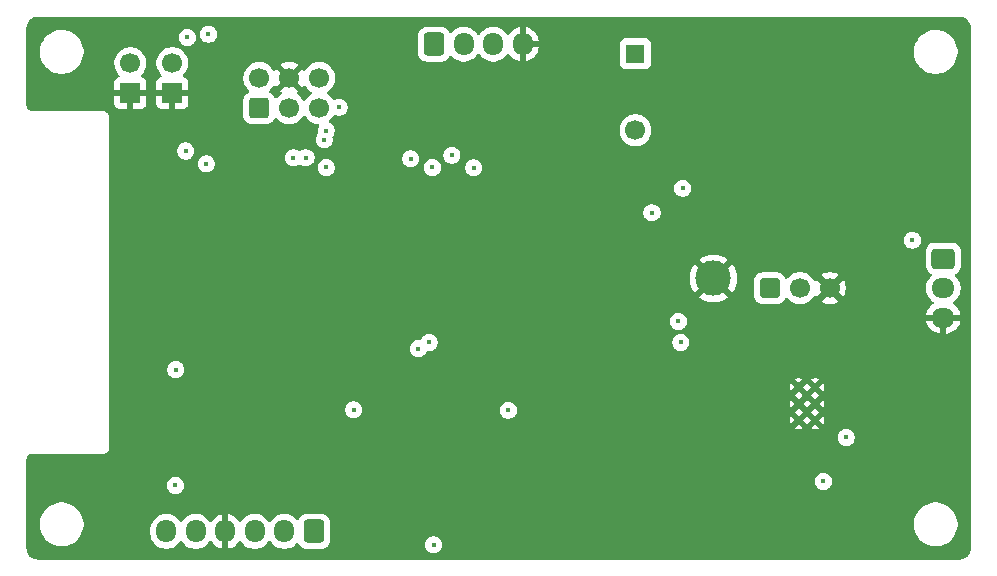
<source format=gbr>
%TF.GenerationSoftware,KiCad,Pcbnew,9.0.2*%
%TF.CreationDate,2025-06-18T20:52:38+02:00*%
%TF.ProjectId,Robobuoy-Top-v2_1,526f626f-6275-46f7-992d-546f702d7632,rev?*%
%TF.SameCoordinates,Original*%
%TF.FileFunction,Copper,L2,Inr*%
%TF.FilePolarity,Positive*%
%FSLAX46Y46*%
G04 Gerber Fmt 4.6, Leading zero omitted, Abs format (unit mm)*
G04 Created by KiCad (PCBNEW 9.0.2) date 2025-06-18 20:52:38*
%MOMM*%
%LPD*%
G01*
G04 APERTURE LIST*
G04 Aperture macros list*
%AMRoundRect*
0 Rectangle with rounded corners*
0 $1 Rounding radius*
0 $2 $3 $4 $5 $6 $7 $8 $9 X,Y pos of 4 corners*
0 Add a 4 corners polygon primitive as box body*
4,1,4,$2,$3,$4,$5,$6,$7,$8,$9,$2,$3,0*
0 Add four circle primitives for the rounded corners*
1,1,$1+$1,$2,$3*
1,1,$1+$1,$4,$5*
1,1,$1+$1,$6,$7*
1,1,$1+$1,$8,$9*
0 Add four rect primitives between the rounded corners*
20,1,$1+$1,$2,$3,$4,$5,0*
20,1,$1+$1,$4,$5,$6,$7,0*
20,1,$1+$1,$6,$7,$8,$9,0*
20,1,$1+$1,$8,$9,$2,$3,0*%
G04 Aperture macros list end*
%TA.AperFunction,ComponentPad*%
%ADD10RoundRect,0.250000X-0.600000X-0.725000X0.600000X-0.725000X0.600000X0.725000X-0.600000X0.725000X0*%
%TD*%
%TA.AperFunction,ComponentPad*%
%ADD11O,1.700000X1.950000*%
%TD*%
%TA.AperFunction,ComponentPad*%
%ADD12R,1.700000X1.700000*%
%TD*%
%TA.AperFunction,ComponentPad*%
%ADD13C,1.700000*%
%TD*%
%TA.AperFunction,ComponentPad*%
%ADD14RoundRect,0.250000X0.600000X-0.600000X0.600000X0.600000X-0.600000X0.600000X-0.600000X-0.600000X0*%
%TD*%
%TA.AperFunction,HeatsinkPad*%
%ADD15C,0.500000*%
%TD*%
%TA.AperFunction,ComponentPad*%
%ADD16RoundRect,0.250000X0.600000X0.725000X-0.600000X0.725000X-0.600000X-0.725000X0.600000X-0.725000X0*%
%TD*%
%TA.AperFunction,ComponentPad*%
%ADD17RoundRect,0.206250X-0.618750X-0.618750X0.618750X-0.618750X0.618750X0.618750X-0.618750X0.618750X0*%
%TD*%
%TA.AperFunction,ComponentPad*%
%ADD18RoundRect,0.250000X-0.725000X0.600000X-0.725000X-0.600000X0.725000X-0.600000X0.725000X0.600000X0*%
%TD*%
%TA.AperFunction,ComponentPad*%
%ADD19O,1.950000X1.700000*%
%TD*%
%TA.AperFunction,ComponentPad*%
%ADD20R,1.650000X1.650000*%
%TD*%
%TA.AperFunction,ComponentPad*%
%ADD21C,3.000000*%
%TD*%
%TA.AperFunction,ViaPad*%
%ADD22C,0.450000*%
%TD*%
%TA.AperFunction,ViaPad*%
%ADD23C,0.800000*%
%TD*%
G04 APERTURE END LIST*
D10*
%TO.N,/CPU/TX_GPS*%
%TO.C,J103*%
X-2463800Y20650200D03*
D11*
%TO.N,/CPU/RX_GPS*%
X36200Y20650200D03*
%TO.N,+5V*%
X2536200Y20650200D03*
%TO.N,GND*%
X5036200Y20650200D03*
%TD*%
D12*
%TO.N,GND*%
%TO.C,SW102*%
X-28194000Y16505000D03*
D13*
%TO.N,EN*%
X-28194000Y19045000D03*
%TD*%
D14*
%TO.N,EN*%
%TO.C,J101*%
X-17277000Y15249500D03*
D13*
%TO.N,+3.3V*%
X-17277000Y17789500D03*
%TO.N,TX*%
X-14737000Y15249500D03*
%TO.N,GND*%
X-14737000Y17789500D03*
%TO.N,RX*%
X-12197000Y15249500D03*
%TO.N,DR0*%
X-12197000Y17789500D03*
%TD*%
D12*
%TO.N,GND*%
%TO.C,SW101*%
X-24638000Y16510000D03*
D13*
%TO.N,DR0*%
X-24638000Y19050000D03*
%TD*%
D15*
%TO.N,GND*%
%TO.C,U202*%
X29795000Y-11179000D03*
X29795000Y-9779000D03*
X29795000Y-8379000D03*
X28395000Y-11179000D03*
X28395000Y-9779000D03*
X28395000Y-8379000D03*
%TD*%
D16*
%TO.N,Net-(J102-Pin_1)*%
%TO.C,J102*%
X-12649200Y-20599400D03*
D11*
%TO.N,Net-(J102-Pin_2)*%
X-15149200Y-20599400D03*
%TO.N,+3.3V*%
X-17649200Y-20599400D03*
%TO.N,GND*%
X-20149200Y-20599400D03*
%TO.N,/CPU/ON*%
X-22649200Y-20599400D03*
%TO.N,Net-(J102-Pin_6)*%
X-25149200Y-20599400D03*
%TD*%
D17*
%TO.N,Vbatt*%
%TO.C,SW201*%
X25960000Y0D03*
D13*
%TO.N,Net-(R201-Pad1)*%
X28500000Y0D03*
%TO.N,GND*%
X31040000Y0D03*
%TD*%
D18*
%TO.N,Vbatt*%
%TO.C,J201*%
X40640000Y2500000D03*
D19*
%TO.N,/PSU/COM*%
X40640000Y0D03*
%TO.N,GND*%
X40640000Y-2500000D03*
%TD*%
D20*
%TO.N,+5V*%
%TO.C,BZ101*%
X14579600Y19861600D03*
D13*
%TO.N,Net-(BZ101--)*%
X14579600Y13361600D03*
%TD*%
D21*
%TO.N,GND*%
%TO.C,TP205*%
X21183600Y812800D03*
%TD*%
D22*
%TO.N,+3.3V*%
X15976600Y6375400D03*
X18567400Y8458200D03*
D23*
%TO.N,GND*%
X-28194000Y-6858000D03*
D22*
X7390000Y9980800D03*
X7391400Y6731000D03*
X9768200Y1524000D03*
X-29108400Y5892800D03*
X42392600Y16459200D03*
D23*
X-29718000Y-16764000D03*
D22*
X-36500000Y-16500000D03*
X4165600Y-19501200D03*
X-21107400Y-9550400D03*
X5365400Y-13442600D03*
X-2286000Y-12268200D03*
X-36500000Y15500000D03*
X20243800Y-7721600D03*
X36398200Y-8775000D03*
X19558000Y-7708200D03*
X12801600Y-11277600D03*
X21869400Y4826000D03*
X5969000Y-19241200D03*
X36271200Y22377400D03*
X-32029400Y-16560800D03*
X36474400Y-17424400D03*
X35683000Y-6350000D03*
X-29286200Y1447800D03*
X-30403800Y22529800D03*
D23*
X-25400000Y-11684000D03*
D22*
X34747200Y-8775000D03*
X37668200Y-15543000D03*
X33352983Y-9298456D03*
X-20772000Y-470000D03*
X-28143200Y10414000D03*
X24206200Y-10363200D03*
X-29260800Y-2184400D03*
X25095200Y-10414000D03*
X-6604000Y-5943600D03*
X-36500000Y-14500000D03*
D23*
X-28448000Y-13716000D03*
D22*
X-29413200Y-5308600D03*
X-30657800Y15570200D03*
X21845800Y-16027400D03*
X-29413200Y-6680200D03*
X-36652200Y16459200D03*
X-5715000Y-10987800D03*
X7200900Y-19875500D03*
X-29108400Y3098800D03*
X42519600Y-16408400D03*
X-30810200Y16738600D03*
X31826200Y9093200D03*
X9321800Y8636000D03*
X-28143200Y7899400D03*
X5308600Y11836400D03*
X16459200Y-16535400D03*
X-7874000Y8382000D03*
X-29362400Y-4267200D03*
X1016000Y-10987800D03*
X11379200Y-3556000D03*
X-29057600Y5054600D03*
X35306000Y-15543000D03*
X-29286200Y-1092200D03*
X-18923000Y-12573000D03*
X-29260800Y50800D03*
X-29260800Y-3200400D03*
X36271200Y16764000D03*
X-29540200Y-13868400D03*
X32950700Y-14318700D03*
X36525200Y-22631400D03*
X11963400Y-6223000D03*
X11303000Y3606800D03*
X33934400Y14427200D03*
X-11658600Y-5334000D03*
X-4597400Y-5816600D03*
X-29438600Y-7950200D03*
%TO.N,Net-(U202-BOOT)*%
X30480000Y-16357600D03*
X32410400Y-12649200D03*
%TO.N,/CPU/RX_SUB*%
X-21766999Y10514799D03*
X-21577300Y21501100D03*
%TO.N,/CPU/TX_SUB*%
X-23495000Y11607800D03*
X-23368000Y21234400D03*
%TO.N,DR0*%
X-10515600Y15316200D03*
X-11607000Y10211600D03*
%TO.N,/CPU/TX_GPS*%
X-14376400Y11023600D03*
X-11607800Y13335000D03*
%TO.N,/CPU/RX_GPS*%
X-13322300Y11036300D03*
X-11785600Y12573000D03*
%TO.N,/PSU/COM*%
X38023800Y4064000D03*
%TO.N,BUZZER*%
X-965200Y11252200D03*
X-4445000Y10947400D03*
%TO.N,Net-(J102-Pin_6)*%
X-2514600Y-21742400D03*
%TO.N,/CPU/RADIO_3*%
X-2616200Y10210800D03*
X889000Y10185400D03*
%TO.N,/CPU/ON*%
X-2895600Y-4597400D03*
X-24371300Y-16700500D03*
X-24333200Y-6908800D03*
X18415000Y-4597398D03*
%TO.N,Net-(Q204-D)*%
X18211800Y-2819400D03*
X-3810000Y-5130800D03*
%TO.N,Net-(D102-DIN)*%
X-9271000Y-10312400D03*
X3810000Y-10337800D03*
%TD*%
%TA.AperFunction,Conductor*%
%TO.N,GND*%
G36*
X-13621730Y17027783D02*
G01*
X-13621730Y17027784D01*
X-13582378Y17081945D01*
X-13577768Y17090993D01*
X-13529795Y17141791D01*
X-13461975Y17158588D01*
X-13395839Y17136053D01*
X-13356796Y17090996D01*
X-13352051Y17081683D01*
X-13227110Y16909714D01*
X-13076787Y16759391D01*
X-12904818Y16634450D01*
X-12896054Y16629984D01*
X-12845258Y16582009D01*
X-12828464Y16514188D01*
X-12851002Y16448053D01*
X-12896054Y16409016D01*
X-12904818Y16404551D01*
X-13076787Y16279610D01*
X-13227110Y16129287D01*
X-13352051Y15957318D01*
X-13356516Y15948554D01*
X-13404491Y15897758D01*
X-13472312Y15880964D01*
X-13538447Y15903502D01*
X-13577484Y15948554D01*
X-13581950Y15957318D01*
X-13706891Y16129287D01*
X-13857214Y16279610D01*
X-14029183Y16404551D01*
X-14038496Y16409296D01*
X-14089293Y16457270D01*
X-14106088Y16525091D01*
X-14083551Y16591226D01*
X-14038493Y16630268D01*
X-14029445Y16634878D01*
X-13975284Y16674230D01*
X-13975283Y16674230D01*
X-14607592Y17306538D01*
X-14544007Y17323575D01*
X-14429993Y17389401D01*
X-14336901Y17482493D01*
X-14271075Y17596507D01*
X-14254038Y17660091D01*
X-13621730Y17027783D01*
G37*
%TD.AperFunction*%
%TA.AperFunction,Conductor*%
G36*
X-15202925Y17596507D02*
G01*
X-15137099Y17482493D01*
X-15044007Y17389401D01*
X-14929993Y17323575D01*
X-14866410Y17306538D01*
X-15498718Y16674231D01*
X-15498718Y16674230D01*
X-15444548Y16634874D01*
X-15444549Y16634874D01*
X-15435505Y16630266D01*
X-15384708Y16582292D01*
X-15367913Y16514471D01*
X-15390450Y16448336D01*
X-15435501Y16409298D01*
X-15444818Y16404551D01*
X-15616787Y16279610D01*
X-15767106Y16129291D01*
X-15767115Y16129281D01*
X-15770670Y16124387D01*
X-15826003Y16081725D01*
X-15895617Y16075752D01*
X-15957409Y16108363D01*
X-15988688Y16158277D01*
X-15992185Y16168830D01*
X-15992186Y16168834D01*
X-16084288Y16318156D01*
X-16208344Y16442212D01*
X-16325495Y16514471D01*
X-16357664Y16534313D01*
X-16357675Y16534318D01*
X-16368227Y16537814D01*
X-16425672Y16577587D01*
X-16452494Y16642103D01*
X-16440178Y16710879D01*
X-16402097Y16755844D01*
X-16397212Y16759393D01*
X-16397212Y16759394D01*
X-16397208Y16759396D01*
X-16246896Y16909708D01*
X-16246894Y16909712D01*
X-16246891Y16909714D01*
X-16161110Y17027783D01*
X-16121949Y17081684D01*
X-16117207Y17090992D01*
X-16069237Y17141789D01*
X-16001417Y17158589D01*
X-15935281Y17136055D01*
X-15896237Y17091000D01*
X-15891627Y17081953D01*
X-15852272Y17027784D01*
X-15219963Y17660092D01*
X-15202925Y17596507D01*
G37*
%TD.AperFunction*%
%TA.AperFunction,Conductor*%
G36*
X42005394Y22989029D02*
G01*
X42161019Y22975413D01*
X42182297Y22971662D01*
X42327951Y22932634D01*
X42348261Y22925241D01*
X42484915Y22861518D01*
X42503633Y22850711D01*
X42627154Y22764221D01*
X42643712Y22750327D01*
X42750326Y22643713D01*
X42764220Y22627155D01*
X42850710Y22503634D01*
X42861517Y22484916D01*
X42925240Y22348262D01*
X42932633Y22327951D01*
X42971659Y22182304D01*
X42975412Y22161018D01*
X42989028Y22005396D01*
X42989500Y21994588D01*
X42989500Y-21994587D01*
X42989028Y-22005394D01*
X42989028Y-22005395D01*
X42975412Y-22161017D01*
X42971659Y-22182303D01*
X42932633Y-22327950D01*
X42925240Y-22348261D01*
X42861517Y-22484915D01*
X42850710Y-22503633D01*
X42764220Y-22627154D01*
X42750326Y-22643712D01*
X42643712Y-22750326D01*
X42627154Y-22764220D01*
X42503633Y-22850710D01*
X42484915Y-22861517D01*
X42348261Y-22925240D01*
X42327950Y-22932633D01*
X42182303Y-22971659D01*
X42161017Y-22975412D01*
X42027247Y-22987116D01*
X42005393Y-22989028D01*
X41994588Y-22989500D01*
X-35994588Y-22989500D01*
X-36005394Y-22989028D01*
X-36030416Y-22986838D01*
X-36161018Y-22975412D01*
X-36182304Y-22971659D01*
X-36327951Y-22932633D01*
X-36348262Y-22925240D01*
X-36484916Y-22861517D01*
X-36503634Y-22850710D01*
X-36627155Y-22764220D01*
X-36643713Y-22750326D01*
X-36750327Y-22643712D01*
X-36764221Y-22627154D01*
X-36850711Y-22503633D01*
X-36861518Y-22484915D01*
X-36925241Y-22348261D01*
X-36932634Y-22327950D01*
X-36971662Y-22182297D01*
X-36975413Y-22161016D01*
X-36981972Y-22086050D01*
X-36989028Y-22005394D01*
X-36989500Y-21994587D01*
X-36989500Y-19878711D01*
X-35850500Y-19878711D01*
X-35850500Y-20121288D01*
X-35818839Y-20361785D01*
X-35756053Y-20596104D01*
X-35678744Y-20782743D01*
X-35663224Y-20820212D01*
X-35541936Y-21030289D01*
X-35541934Y-21030292D01*
X-35541933Y-21030293D01*
X-35394267Y-21222736D01*
X-35394261Y-21222743D01*
X-35222744Y-21394260D01*
X-35222737Y-21394266D01*
X-35173279Y-21432216D01*
X-35030289Y-21541936D01*
X-34820212Y-21663224D01*
X-34596100Y-21756054D01*
X-34361789Y-21818838D01*
X-34181414Y-21842584D01*
X-34121289Y-21850500D01*
X-34121288Y-21850500D01*
X-33878711Y-21850500D01*
X-33830612Y-21844167D01*
X-33638211Y-21818838D01*
X-33403900Y-21756054D01*
X-33179788Y-21663224D01*
X-32969711Y-21541936D01*
X-32777262Y-21394265D01*
X-32605735Y-21222738D01*
X-32458064Y-21030289D01*
X-32336776Y-20820212D01*
X-32243946Y-20596100D01*
X-32182857Y-20368113D01*
X-26499700Y-20368113D01*
X-26499700Y-20830686D01*
X-26468086Y-21030293D01*
X-26466446Y-21040643D01*
X-26407278Y-21222743D01*
X-26400756Y-21242814D01*
X-26304249Y-21432220D01*
X-26179310Y-21604186D01*
X-26028987Y-21754509D01*
X-25857021Y-21879448D01*
X-25857019Y-21879449D01*
X-25857016Y-21879451D01*
X-25667612Y-21975957D01*
X-25465443Y-22041646D01*
X-25255487Y-22074900D01*
X-25255486Y-22074900D01*
X-25042914Y-22074900D01*
X-25042913Y-22074900D01*
X-24832957Y-22041646D01*
X-24630788Y-21975957D01*
X-24441384Y-21879451D01*
X-24401536Y-21850500D01*
X-24269414Y-21754509D01*
X-24269412Y-21754506D01*
X-24269408Y-21754504D01*
X-24119096Y-21604192D01*
X-23999517Y-21439604D01*
X-23944189Y-21396940D01*
X-23874576Y-21390961D01*
X-23812780Y-21423566D01*
X-23798887Y-21439599D01*
X-23732637Y-21530785D01*
X-23679304Y-21604192D01*
X-23528987Y-21754509D01*
X-23357021Y-21879448D01*
X-23357019Y-21879449D01*
X-23357016Y-21879451D01*
X-23167612Y-21975957D01*
X-22965443Y-22041646D01*
X-22755487Y-22074900D01*
X-22755486Y-22074900D01*
X-22542914Y-22074900D01*
X-22542913Y-22074900D01*
X-22332957Y-22041646D01*
X-22130788Y-21975957D01*
X-21941384Y-21879451D01*
X-21901536Y-21850500D01*
X-21769414Y-21754509D01*
X-21769412Y-21754506D01*
X-21769408Y-21754504D01*
X-21619096Y-21604192D01*
X-21499209Y-21439179D01*
X-21443880Y-21396515D01*
X-21374267Y-21390536D01*
X-21312471Y-21423141D01*
X-21298573Y-21439181D01*
X-21178928Y-21603859D01*
X-21178924Y-21603864D01*
X-21028665Y-21754123D01*
X-21028660Y-21754127D01*
X-20856758Y-21879020D01*
X-20667418Y-21975495D01*
X-20465329Y-22041157D01*
X-20399200Y-22051631D01*
X-20399200Y-21003545D01*
X-20332543Y-21042030D01*
X-20211735Y-21074400D01*
X-20086665Y-21074400D01*
X-19965857Y-21042030D01*
X-19899200Y-21003545D01*
X-19899200Y-22051630D01*
X-19833074Y-22041157D01*
X-19833071Y-22041157D01*
X-19630983Y-21975495D01*
X-19441643Y-21879020D01*
X-19269741Y-21754127D01*
X-19269736Y-21754123D01*
X-19119479Y-21603866D01*
X-18999829Y-21439181D01*
X-18944499Y-21396515D01*
X-18874886Y-21390536D01*
X-18813090Y-21423141D01*
X-18799192Y-21439181D01*
X-18679310Y-21604185D01*
X-18679306Y-21604190D01*
X-18528987Y-21754509D01*
X-18357021Y-21879448D01*
X-18357019Y-21879449D01*
X-18357016Y-21879451D01*
X-18167612Y-21975957D01*
X-17965443Y-22041646D01*
X-17755487Y-22074900D01*
X-17755486Y-22074900D01*
X-17542914Y-22074900D01*
X-17542913Y-22074900D01*
X-17332957Y-22041646D01*
X-17130788Y-21975957D01*
X-16941384Y-21879451D01*
X-16901536Y-21850500D01*
X-16769414Y-21754509D01*
X-16769412Y-21754506D01*
X-16769408Y-21754504D01*
X-16619096Y-21604192D01*
X-16499517Y-21439604D01*
X-16444189Y-21396940D01*
X-16374576Y-21390961D01*
X-16312780Y-21423566D01*
X-16298887Y-21439599D01*
X-16232637Y-21530785D01*
X-16179304Y-21604192D01*
X-16028987Y-21754509D01*
X-15857021Y-21879448D01*
X-15857019Y-21879449D01*
X-15857016Y-21879451D01*
X-15667612Y-21975957D01*
X-15465443Y-22041646D01*
X-15255487Y-22074900D01*
X-15255486Y-22074900D01*
X-15042914Y-22074900D01*
X-15042913Y-22074900D01*
X-14832957Y-22041646D01*
X-14630788Y-21975957D01*
X-14441384Y-21879451D01*
X-14271541Y-21756054D01*
X-14269416Y-21754510D01*
X-14269416Y-21754509D01*
X-14269408Y-21754504D01*
X-14130596Y-21615691D01*
X-14069277Y-21582209D01*
X-13999585Y-21587193D01*
X-13943651Y-21629064D01*
X-13937379Y-21638278D01*
X-13934015Y-21643733D01*
X-13934014Y-21643734D01*
X-13841912Y-21793056D01*
X-13717856Y-21917112D01*
X-13568534Y-22009214D01*
X-13401997Y-22064399D01*
X-13299209Y-22074900D01*
X-11999192Y-22074899D01*
X-11896403Y-22064399D01*
X-11729866Y-22009214D01*
X-11580544Y-21917112D01*
X-11477289Y-21813857D01*
X-3240101Y-21813857D01*
X-3212221Y-21954014D01*
X-3212219Y-21954020D01*
X-3157531Y-22086050D01*
X-3157526Y-22086059D01*
X-3078133Y-22204878D01*
X-3078130Y-22204882D01*
X-2977083Y-22305929D01*
X-2977079Y-22305932D01*
X-2858260Y-22385325D01*
X-2858254Y-22385328D01*
X-2858253Y-22385329D01*
X-2726220Y-22440019D01*
X-2726216Y-22440019D01*
X-2726215Y-22440020D01*
X-2586058Y-22467900D01*
X-2586055Y-22467900D01*
X-2443143Y-22467900D01*
X-2348849Y-22449142D01*
X-2302980Y-22440019D01*
X-2170947Y-22385329D01*
X-2052121Y-22305932D01*
X-1951068Y-22204879D01*
X-1871671Y-22086053D01*
X-1816981Y-21954020D01*
X-1789100Y-21813855D01*
X-1789100Y-21670945D01*
X-1789100Y-21670942D01*
X-1816980Y-21530785D01*
X-1816981Y-21530784D01*
X-1816981Y-21530780D01*
X-1871671Y-21398747D01*
X-1871672Y-21398746D01*
X-1871675Y-21398740D01*
X-1951068Y-21279921D01*
X-1951071Y-21279917D01*
X-2052118Y-21178870D01*
X-2052122Y-21178867D01*
X-2170941Y-21099474D01*
X-2170950Y-21099469D01*
X-2302980Y-21044781D01*
X-2302986Y-21044779D01*
X-2443143Y-21016900D01*
X-2443145Y-21016900D01*
X-2586055Y-21016900D01*
X-2586057Y-21016900D01*
X-2726215Y-21044779D01*
X-2726221Y-21044781D01*
X-2858251Y-21099469D01*
X-2858260Y-21099474D01*
X-2977079Y-21178867D01*
X-2977083Y-21178870D01*
X-3078130Y-21279917D01*
X-3078133Y-21279921D01*
X-3157526Y-21398740D01*
X-3157531Y-21398749D01*
X-3212219Y-21530779D01*
X-3212221Y-21530785D01*
X-3240100Y-21670942D01*
X-3240100Y-21670945D01*
X-3240100Y-21813855D01*
X-3240100Y-21813857D01*
X-3240101Y-21813857D01*
X-11477289Y-21813857D01*
X-11456488Y-21793056D01*
X-11364386Y-21643734D01*
X-11309201Y-21477197D01*
X-11298700Y-21374409D01*
X-11298701Y-19878711D01*
X38149500Y-19878711D01*
X38149500Y-20121288D01*
X38181161Y-20361785D01*
X38243947Y-20596104D01*
X38321256Y-20782743D01*
X38336776Y-20820212D01*
X38458064Y-21030289D01*
X38458066Y-21030292D01*
X38458067Y-21030293D01*
X38605733Y-21222736D01*
X38605739Y-21222743D01*
X38777256Y-21394260D01*
X38777263Y-21394266D01*
X38826721Y-21432216D01*
X38969711Y-21541936D01*
X39179788Y-21663224D01*
X39403900Y-21756054D01*
X39638211Y-21818838D01*
X39818586Y-21842584D01*
X39878711Y-21850500D01*
X39878712Y-21850500D01*
X40121289Y-21850500D01*
X40169388Y-21844167D01*
X40361789Y-21818838D01*
X40596100Y-21756054D01*
X40820212Y-21663224D01*
X41030289Y-21541936D01*
X41222738Y-21394265D01*
X41394265Y-21222738D01*
X41541936Y-21030289D01*
X41663224Y-20820212D01*
X41756054Y-20596100D01*
X41818838Y-20361789D01*
X41850500Y-20121288D01*
X41850500Y-19878712D01*
X41818838Y-19638211D01*
X41756054Y-19403900D01*
X41663224Y-19179788D01*
X41541936Y-18969711D01*
X41394265Y-18777262D01*
X41394260Y-18777256D01*
X41222743Y-18605739D01*
X41222736Y-18605733D01*
X41030293Y-18458067D01*
X41030292Y-18458066D01*
X41030289Y-18458064D01*
X40820212Y-18336776D01*
X40820205Y-18336773D01*
X40596104Y-18243947D01*
X40361785Y-18181161D01*
X40121289Y-18149500D01*
X40121288Y-18149500D01*
X39878712Y-18149500D01*
X39878711Y-18149500D01*
X39638214Y-18181161D01*
X39403895Y-18243947D01*
X39179794Y-18336773D01*
X39179785Y-18336777D01*
X38969706Y-18458067D01*
X38777263Y-18605733D01*
X38777256Y-18605739D01*
X38605739Y-18777256D01*
X38605733Y-18777263D01*
X38458067Y-18969706D01*
X38336777Y-19179785D01*
X38336773Y-19179794D01*
X38243947Y-19403895D01*
X38181161Y-19638214D01*
X38149500Y-19878711D01*
X-11298701Y-19878711D01*
X-11298701Y-19824392D01*
X-11300349Y-19808263D01*
X-11309201Y-19721603D01*
X-11309202Y-19721600D01*
X-11364386Y-19555066D01*
X-11456488Y-19405744D01*
X-11580544Y-19281688D01*
X-11729866Y-19189586D01*
X-11896403Y-19134401D01*
X-11896405Y-19134400D01*
X-11999190Y-19123900D01*
X-13299202Y-19123900D01*
X-13299219Y-19123901D01*
X-13401997Y-19134400D01*
X-13402000Y-19134401D01*
X-13568532Y-19189585D01*
X-13568537Y-19189587D01*
X-13717858Y-19281689D01*
X-13841911Y-19405742D01*
X-13937379Y-19560521D01*
X-13989327Y-19607245D01*
X-14058290Y-19618468D01*
X-14122372Y-19590624D01*
X-14130599Y-19583105D01*
X-14269414Y-19444290D01*
X-14441380Y-19319351D01*
X-14630786Y-19222844D01*
X-14630787Y-19222843D01*
X-14630788Y-19222843D01*
X-14832957Y-19157154D01*
X-14832959Y-19157153D01*
X-14832960Y-19157153D01*
X-14994243Y-19131608D01*
X-15042913Y-19123900D01*
X-15255487Y-19123900D01*
X-15304158Y-19131608D01*
X-15465440Y-19157153D01*
X-15667615Y-19222844D01*
X-15857021Y-19319351D01*
X-16028987Y-19444290D01*
X-16179306Y-19594609D01*
X-16179310Y-19594614D01*
X-16298882Y-19759193D01*
X-16354211Y-19801859D01*
X-16423825Y-19807838D01*
X-16485620Y-19775233D01*
X-16499518Y-19759193D01*
X-16619091Y-19594614D01*
X-16619095Y-19594609D01*
X-16769414Y-19444290D01*
X-16941380Y-19319351D01*
X-17130786Y-19222844D01*
X-17130787Y-19222843D01*
X-17130788Y-19222843D01*
X-17332957Y-19157154D01*
X-17332959Y-19157153D01*
X-17332960Y-19157153D01*
X-17494243Y-19131608D01*
X-17542913Y-19123900D01*
X-17755487Y-19123900D01*
X-17804158Y-19131608D01*
X-17965440Y-19157153D01*
X-18167615Y-19222844D01*
X-18357021Y-19319351D01*
X-18528987Y-19444290D01*
X-18679306Y-19594609D01*
X-18679310Y-19594614D01*
X-18799192Y-19759618D01*
X-18854522Y-19802284D01*
X-18924135Y-19808263D01*
X-18985930Y-19775657D01*
X-18999828Y-19759618D01*
X-19119473Y-19594940D01*
X-19119477Y-19594935D01*
X-19269736Y-19444676D01*
X-19269741Y-19444672D01*
X-19441643Y-19319779D01*
X-19630985Y-19223303D01*
X-19833076Y-19157641D01*
X-19899200Y-19147168D01*
X-19899200Y-20195254D01*
X-19965857Y-20156770D01*
X-20086665Y-20124400D01*
X-20211735Y-20124400D01*
X-20332543Y-20156770D01*
X-20399200Y-20195254D01*
X-20399200Y-19147168D01*
X-20399201Y-19147168D01*
X-20465325Y-19157641D01*
X-20667416Y-19223303D01*
X-20856758Y-19319779D01*
X-21028660Y-19444672D01*
X-21028665Y-19444676D01*
X-21178924Y-19594935D01*
X-21178928Y-19594940D01*
X-21298573Y-19759618D01*
X-21353903Y-19802284D01*
X-21423516Y-19808263D01*
X-21485311Y-19775657D01*
X-21499209Y-19759618D01*
X-21619091Y-19594614D01*
X-21619095Y-19594609D01*
X-21769414Y-19444290D01*
X-21941380Y-19319351D01*
X-22130786Y-19222844D01*
X-22130787Y-19222843D01*
X-22130788Y-19222843D01*
X-22332957Y-19157154D01*
X-22332959Y-19157153D01*
X-22332960Y-19157153D01*
X-22494243Y-19131608D01*
X-22542913Y-19123900D01*
X-22755487Y-19123900D01*
X-22804158Y-19131608D01*
X-22965440Y-19157153D01*
X-23167615Y-19222844D01*
X-23357021Y-19319351D01*
X-23528987Y-19444290D01*
X-23679306Y-19594609D01*
X-23679310Y-19594614D01*
X-23798882Y-19759193D01*
X-23854211Y-19801859D01*
X-23923825Y-19807838D01*
X-23985620Y-19775233D01*
X-23999518Y-19759193D01*
X-24119091Y-19594614D01*
X-24119095Y-19594609D01*
X-24269414Y-19444290D01*
X-24441380Y-19319351D01*
X-24630786Y-19222844D01*
X-24630787Y-19222843D01*
X-24630788Y-19222843D01*
X-24832957Y-19157154D01*
X-24832959Y-19157153D01*
X-24832960Y-19157153D01*
X-24994243Y-19131608D01*
X-25042913Y-19123900D01*
X-25255487Y-19123900D01*
X-25304158Y-19131608D01*
X-25465440Y-19157153D01*
X-25667615Y-19222844D01*
X-25857021Y-19319351D01*
X-26028987Y-19444290D01*
X-26179310Y-19594613D01*
X-26304249Y-19766579D01*
X-26400756Y-19955985D01*
X-26466447Y-20158160D01*
X-26499700Y-20368113D01*
X-32182857Y-20368113D01*
X-32181162Y-20361789D01*
X-32149500Y-20121288D01*
X-32149500Y-19878712D01*
X-32181162Y-19638211D01*
X-32243946Y-19403900D01*
X-32336776Y-19179788D01*
X-32458064Y-18969711D01*
X-32605735Y-18777262D01*
X-32605740Y-18777256D01*
X-32777257Y-18605739D01*
X-32777264Y-18605733D01*
X-32969707Y-18458067D01*
X-32969708Y-18458066D01*
X-32969711Y-18458064D01*
X-33179788Y-18336776D01*
X-33179795Y-18336773D01*
X-33403896Y-18243947D01*
X-33638215Y-18181161D01*
X-33878711Y-18149500D01*
X-33878712Y-18149500D01*
X-34121288Y-18149500D01*
X-34121289Y-18149500D01*
X-34361786Y-18181161D01*
X-34596105Y-18243947D01*
X-34820206Y-18336773D01*
X-34820215Y-18336777D01*
X-35030294Y-18458067D01*
X-35222737Y-18605733D01*
X-35222744Y-18605739D01*
X-35394261Y-18777256D01*
X-35394267Y-18777263D01*
X-35541933Y-18969706D01*
X-35663223Y-19179785D01*
X-35663227Y-19179794D01*
X-35756053Y-19403895D01*
X-35818839Y-19638214D01*
X-35850500Y-19878711D01*
X-36989500Y-19878711D01*
X-36989500Y-16771957D01*
X-25096801Y-16771957D01*
X-25068921Y-16912114D01*
X-25068919Y-16912120D01*
X-25014231Y-17044150D01*
X-25014226Y-17044159D01*
X-24934833Y-17162978D01*
X-24934830Y-17162982D01*
X-24833783Y-17264029D01*
X-24833779Y-17264032D01*
X-24714960Y-17343425D01*
X-24714954Y-17343428D01*
X-24714953Y-17343429D01*
X-24582920Y-17398119D01*
X-24582916Y-17398119D01*
X-24582915Y-17398120D01*
X-24442758Y-17426000D01*
X-24442755Y-17426000D01*
X-24299843Y-17426000D01*
X-24205549Y-17407242D01*
X-24159680Y-17398119D01*
X-24027647Y-17343429D01*
X-23908821Y-17264032D01*
X-23807768Y-17162979D01*
X-23728371Y-17044153D01*
X-23673681Y-16912120D01*
X-23655373Y-16820082D01*
X-23645800Y-16771957D01*
X-23645800Y-16629042D01*
X-23673680Y-16488885D01*
X-23673681Y-16488884D01*
X-23673681Y-16488880D01*
X-23698461Y-16429057D01*
X29754499Y-16429057D01*
X29782379Y-16569214D01*
X29782381Y-16569220D01*
X29837069Y-16701250D01*
X29837074Y-16701259D01*
X29916467Y-16820078D01*
X29916470Y-16820082D01*
X30017517Y-16921129D01*
X30017521Y-16921132D01*
X30136340Y-17000525D01*
X30136346Y-17000528D01*
X30136347Y-17000529D01*
X30268380Y-17055219D01*
X30268384Y-17055219D01*
X30268385Y-17055220D01*
X30408542Y-17083100D01*
X30408545Y-17083100D01*
X30551457Y-17083100D01*
X30645751Y-17064342D01*
X30691620Y-17055219D01*
X30823653Y-17000529D01*
X30942479Y-16921132D01*
X31043532Y-16820079D01*
X31122929Y-16701253D01*
X31177619Y-16569220D01*
X31205500Y-16429055D01*
X31205500Y-16286145D01*
X31205500Y-16286142D01*
X31177620Y-16145985D01*
X31177619Y-16145984D01*
X31177619Y-16145980D01*
X31122929Y-16013947D01*
X31122928Y-16013946D01*
X31122925Y-16013940D01*
X31043532Y-15895121D01*
X31043529Y-15895117D01*
X30942482Y-15794070D01*
X30942478Y-15794067D01*
X30823659Y-15714674D01*
X30823650Y-15714669D01*
X30691620Y-15659981D01*
X30691614Y-15659979D01*
X30551457Y-15632100D01*
X30551455Y-15632100D01*
X30408545Y-15632100D01*
X30408543Y-15632100D01*
X30268385Y-15659979D01*
X30268379Y-15659981D01*
X30136349Y-15714669D01*
X30136340Y-15714674D01*
X30017521Y-15794067D01*
X30017517Y-15794070D01*
X29916470Y-15895117D01*
X29916467Y-15895121D01*
X29837074Y-16013940D01*
X29837069Y-16013949D01*
X29782381Y-16145979D01*
X29782379Y-16145985D01*
X29754500Y-16286142D01*
X29754500Y-16286145D01*
X29754500Y-16429055D01*
X29754500Y-16429057D01*
X29754499Y-16429057D01*
X-23698461Y-16429057D01*
X-23728371Y-16356847D01*
X-23728372Y-16356846D01*
X-23728375Y-16356840D01*
X-23733651Y-16348944D01*
X-23807768Y-16238021D01*
X-23807771Y-16238017D01*
X-23908818Y-16136970D01*
X-23908822Y-16136967D01*
X-24027641Y-16057574D01*
X-24027650Y-16057569D01*
X-24159680Y-16002881D01*
X-24159686Y-16002879D01*
X-24299843Y-15975000D01*
X-24299845Y-15975000D01*
X-24442755Y-15975000D01*
X-24442757Y-15975000D01*
X-24582915Y-16002879D01*
X-24582921Y-16002881D01*
X-24714951Y-16057569D01*
X-24714960Y-16057574D01*
X-24833779Y-16136967D01*
X-24833783Y-16136970D01*
X-24934830Y-16238017D01*
X-24934833Y-16238021D01*
X-25014226Y-16356840D01*
X-25014231Y-16356849D01*
X-25068919Y-16488879D01*
X-25068921Y-16488885D01*
X-25096800Y-16629042D01*
X-25096800Y-16629045D01*
X-25096800Y-16771955D01*
X-25096800Y-16771957D01*
X-25096801Y-16771957D01*
X-36989500Y-16771957D01*
X-36989500Y-14508125D01*
X-36988439Y-14491940D01*
X-36974952Y-14389493D01*
X-36966574Y-14358227D01*
X-36955017Y-14330326D01*
X-36930165Y-14270327D01*
X-36913986Y-14242304D01*
X-36856062Y-14166815D01*
X-36833185Y-14143938D01*
X-36757696Y-14086014D01*
X-36729673Y-14069835D01*
X-36641773Y-14033426D01*
X-36610507Y-14025048D01*
X-36508059Y-14011561D01*
X-36491874Y-14010500D01*
X-30442480Y-14010500D01*
X-30330326Y-13984901D01*
X-30226679Y-13934988D01*
X-30136738Y-13863262D01*
X-30065012Y-13773321D01*
X-30015099Y-13669674D01*
X-29989500Y-13557520D01*
X-29989500Y-13535176D01*
X-29986945Y-13522328D01*
X-29986947Y-13504348D01*
X-29986946Y-13504348D01*
X-29987017Y-12720657D01*
X31684899Y-12720657D01*
X31712779Y-12860814D01*
X31712781Y-12860820D01*
X31767469Y-12992850D01*
X31767474Y-12992859D01*
X31846867Y-13111678D01*
X31846870Y-13111682D01*
X31947917Y-13212729D01*
X31947921Y-13212732D01*
X32066740Y-13292125D01*
X32066746Y-13292128D01*
X32066747Y-13292129D01*
X32198780Y-13346819D01*
X32198784Y-13346819D01*
X32198785Y-13346820D01*
X32338942Y-13374700D01*
X32338945Y-13374700D01*
X32481857Y-13374700D01*
X32576151Y-13355942D01*
X32622020Y-13346819D01*
X32754053Y-13292129D01*
X32872879Y-13212732D01*
X32973932Y-13111679D01*
X33053329Y-12992853D01*
X33108019Y-12860820D01*
X33135900Y-12720655D01*
X33135900Y-12577745D01*
X33135900Y-12577742D01*
X33108020Y-12437585D01*
X33108019Y-12437584D01*
X33108019Y-12437580D01*
X33053329Y-12305547D01*
X33053328Y-12305546D01*
X33053325Y-12305540D01*
X32973932Y-12186721D01*
X32973929Y-12186717D01*
X32872882Y-12085670D01*
X32872878Y-12085667D01*
X32754059Y-12006274D01*
X32754050Y-12006269D01*
X32622020Y-11951581D01*
X32622014Y-11951579D01*
X32481857Y-11923700D01*
X32481855Y-11923700D01*
X32338945Y-11923700D01*
X32338943Y-11923700D01*
X32198785Y-11951579D01*
X32198779Y-11951581D01*
X32066749Y-12006269D01*
X32066740Y-12006274D01*
X31947921Y-12085667D01*
X31947917Y-12085670D01*
X31846870Y-12186717D01*
X31846867Y-12186721D01*
X31767474Y-12305540D01*
X31767469Y-12305549D01*
X31712781Y-12437579D01*
X31712779Y-12437585D01*
X31684900Y-12577742D01*
X31684900Y-12577745D01*
X31684900Y-12720655D01*
X31684900Y-12720657D01*
X31684899Y-12720657D01*
X-29987017Y-12720657D01*
X-29987096Y-11856577D01*
X28070975Y-11856577D01*
X28176236Y-11900178D01*
X28176240Y-11900179D01*
X28321126Y-11928999D01*
X28321129Y-11929000D01*
X28468871Y-11929000D01*
X28468873Y-11928999D01*
X28613760Y-11900179D01*
X28613775Y-11900175D01*
X28719024Y-11856578D01*
X28719024Y-11856577D01*
X29470975Y-11856577D01*
X29576236Y-11900178D01*
X29576240Y-11900179D01*
X29721126Y-11928999D01*
X29721129Y-11929000D01*
X29868871Y-11929000D01*
X29868873Y-11928999D01*
X30013760Y-11900179D01*
X30013775Y-11900175D01*
X30119024Y-11856578D01*
X30119024Y-11856577D01*
X29795001Y-11532554D01*
X29795000Y-11532554D01*
X29470975Y-11856577D01*
X28719024Y-11856577D01*
X28395001Y-11532554D01*
X28395000Y-11532554D01*
X28070975Y-11856577D01*
X-29987096Y-11856577D01*
X-29987165Y-11105126D01*
X27645000Y-11105126D01*
X27645000Y-11252873D01*
X27673820Y-11397759D01*
X27673822Y-11397767D01*
X27717421Y-11503024D01*
X28041446Y-11179000D01*
X28041446Y-11178999D01*
X28021556Y-11159109D01*
X28295000Y-11159109D01*
X28295000Y-11198891D01*
X28310224Y-11235645D01*
X28338355Y-11263776D01*
X28375109Y-11279000D01*
X28414891Y-11279000D01*
X28451645Y-11263776D01*
X28479776Y-11235645D01*
X28495000Y-11198891D01*
X28495000Y-11178999D01*
X28748554Y-11178999D01*
X28748554Y-11179001D01*
X29072929Y-11503376D01*
X29117069Y-11503376D01*
X29441446Y-11179000D01*
X29421555Y-11159109D01*
X29695000Y-11159109D01*
X29695000Y-11198891D01*
X29710224Y-11235645D01*
X29738355Y-11263776D01*
X29775109Y-11279000D01*
X29814891Y-11279000D01*
X29851645Y-11263776D01*
X29879776Y-11235645D01*
X29895000Y-11198891D01*
X29895000Y-11178999D01*
X30148554Y-11178999D01*
X30148554Y-11179001D01*
X30472577Y-11503024D01*
X30472578Y-11503024D01*
X30516175Y-11397775D01*
X30516179Y-11397760D01*
X30544999Y-11252873D01*
X30545000Y-11252871D01*
X30545000Y-11105128D01*
X30544999Y-11105126D01*
X30516179Y-10960240D01*
X30516178Y-10960236D01*
X30472577Y-10854975D01*
X30148554Y-11178999D01*
X29895000Y-11178999D01*
X29895000Y-11159109D01*
X29879776Y-11122355D01*
X29851645Y-11094224D01*
X29814891Y-11079000D01*
X29775109Y-11079000D01*
X29738355Y-11094224D01*
X29710224Y-11122355D01*
X29695000Y-11159109D01*
X29421555Y-11159109D01*
X29117068Y-10854622D01*
X29072930Y-10854622D01*
X28748554Y-11178999D01*
X28495000Y-11178999D01*
X28495000Y-11159109D01*
X28479776Y-11122355D01*
X28451645Y-11094224D01*
X28414891Y-11079000D01*
X28375109Y-11079000D01*
X28338355Y-11094224D01*
X28310224Y-11122355D01*
X28295000Y-11159109D01*
X28021556Y-11159109D01*
X27717421Y-10854974D01*
X27717420Y-10854974D01*
X27673823Y-10960228D01*
X27673820Y-10960240D01*
X27645000Y-11105126D01*
X-29987165Y-11105126D01*
X-29987231Y-10383857D01*
X-9996501Y-10383857D01*
X-9968621Y-10524014D01*
X-9968619Y-10524020D01*
X-9913931Y-10656050D01*
X-9913926Y-10656059D01*
X-9834533Y-10774878D01*
X-9834530Y-10774882D01*
X-9733483Y-10875929D01*
X-9733479Y-10875932D01*
X-9614660Y-10955325D01*
X-9614651Y-10955330D01*
X-9602797Y-10960240D01*
X-9482620Y-11010019D01*
X-9482616Y-11010019D01*
X-9482615Y-11010020D01*
X-9342458Y-11037900D01*
X-9342455Y-11037900D01*
X-9199543Y-11037900D01*
X-9105249Y-11019142D01*
X-9059380Y-11010019D01*
X-8927347Y-10955329D01*
X-8808521Y-10875932D01*
X-8707468Y-10774879D01*
X-8628071Y-10656053D01*
X-8573381Y-10524020D01*
X-8560036Y-10456930D01*
X-8550553Y-10409257D01*
X3084499Y-10409257D01*
X3112379Y-10549414D01*
X3112381Y-10549420D01*
X3167069Y-10681450D01*
X3167074Y-10681459D01*
X3246467Y-10800278D01*
X3246470Y-10800282D01*
X3347517Y-10901329D01*
X3347521Y-10901332D01*
X3466340Y-10980725D01*
X3466346Y-10980728D01*
X3466347Y-10980729D01*
X3598380Y-11035419D01*
X3598384Y-11035419D01*
X3598385Y-11035420D01*
X3738542Y-11063300D01*
X3738545Y-11063300D01*
X3881457Y-11063300D01*
X4009147Y-11037900D01*
X4021620Y-11035419D01*
X4153653Y-10980729D01*
X4272479Y-10901332D01*
X4373532Y-10800279D01*
X4452929Y-10681453D01*
X4507619Y-10549420D01*
X4526017Y-10456930D01*
X28070622Y-10456930D01*
X28070622Y-10501068D01*
X28395000Y-10825446D01*
X28395001Y-10825446D01*
X28719376Y-10501069D01*
X28719376Y-10494852D01*
X28717486Y-10490049D01*
X28719261Y-10456930D01*
X29470622Y-10456930D01*
X29470622Y-10501068D01*
X29795000Y-10825446D01*
X29795001Y-10825446D01*
X30119376Y-10501069D01*
X30119376Y-10456929D01*
X29795001Y-10132554D01*
X29795000Y-10132554D01*
X29470622Y-10456930D01*
X28719261Y-10456930D01*
X28719267Y-10456820D01*
X28395001Y-10132554D01*
X28395000Y-10132554D01*
X28070622Y-10456930D01*
X4526017Y-10456930D01*
X4535500Y-10409255D01*
X4535500Y-10266345D01*
X4535500Y-10266342D01*
X4507620Y-10126185D01*
X4507619Y-10126184D01*
X4507619Y-10126180D01*
X4454432Y-9997775D01*
X4452930Y-9994149D01*
X4452925Y-9994140D01*
X4373532Y-9875321D01*
X4373529Y-9875317D01*
X4272482Y-9774270D01*
X4272478Y-9774267D01*
X4169002Y-9705126D01*
X27645000Y-9705126D01*
X27645000Y-9852873D01*
X27673820Y-9997759D01*
X27673822Y-9997767D01*
X27717421Y-10103024D01*
X28041446Y-9779000D01*
X28041446Y-9778999D01*
X28021556Y-9759109D01*
X28295000Y-9759109D01*
X28295000Y-9798891D01*
X28310224Y-9835645D01*
X28338355Y-9863776D01*
X28375109Y-9879000D01*
X28414891Y-9879000D01*
X28451645Y-9863776D01*
X28479776Y-9835645D01*
X28495000Y-9798891D01*
X28495000Y-9778999D01*
X28748554Y-9778999D01*
X28748554Y-9779001D01*
X29072929Y-10103376D01*
X29117069Y-10103376D01*
X29441446Y-9779000D01*
X29421555Y-9759109D01*
X29695000Y-9759109D01*
X29695000Y-9798891D01*
X29710224Y-9835645D01*
X29738355Y-9863776D01*
X29775109Y-9879000D01*
X29814891Y-9879000D01*
X29851645Y-9863776D01*
X29879776Y-9835645D01*
X29895000Y-9798891D01*
X29895000Y-9778999D01*
X30148554Y-9778999D01*
X30148554Y-9779001D01*
X30472577Y-10103024D01*
X30472578Y-10103024D01*
X30516175Y-9997775D01*
X30516179Y-9997760D01*
X30544999Y-9852873D01*
X30545000Y-9852871D01*
X30545000Y-9705128D01*
X30544999Y-9705126D01*
X30516179Y-9560240D01*
X30516178Y-9560236D01*
X30472577Y-9454975D01*
X30148554Y-9778999D01*
X29895000Y-9778999D01*
X29895000Y-9759109D01*
X29879776Y-9722355D01*
X29851645Y-9694224D01*
X29814891Y-9679000D01*
X29775109Y-9679000D01*
X29738355Y-9694224D01*
X29710224Y-9722355D01*
X29695000Y-9759109D01*
X29421555Y-9759109D01*
X29117068Y-9454622D01*
X29072930Y-9454622D01*
X28748554Y-9778999D01*
X28495000Y-9778999D01*
X28495000Y-9759109D01*
X28479776Y-9722355D01*
X28451645Y-9694224D01*
X28414891Y-9679000D01*
X28375109Y-9679000D01*
X28338355Y-9694224D01*
X28310224Y-9722355D01*
X28295000Y-9759109D01*
X28021556Y-9759109D01*
X27717421Y-9454974D01*
X27717420Y-9454974D01*
X27673823Y-9560228D01*
X27673820Y-9560240D01*
X27645000Y-9705126D01*
X4169002Y-9705126D01*
X4153659Y-9694874D01*
X4153650Y-9694869D01*
X4021620Y-9640181D01*
X4021614Y-9640179D01*
X3881457Y-9612300D01*
X3881455Y-9612300D01*
X3738545Y-9612300D01*
X3738543Y-9612300D01*
X3598385Y-9640179D01*
X3598379Y-9640181D01*
X3466349Y-9694869D01*
X3466340Y-9694874D01*
X3347521Y-9774267D01*
X3347517Y-9774270D01*
X3246470Y-9875317D01*
X3246467Y-9875321D01*
X3167074Y-9994140D01*
X3167069Y-9994149D01*
X3112381Y-10126179D01*
X3112379Y-10126185D01*
X3084500Y-10266342D01*
X3084500Y-10266345D01*
X3084500Y-10409255D01*
X3084500Y-10409257D01*
X3084499Y-10409257D01*
X-8550553Y-10409257D01*
X-8545500Y-10383857D01*
X-8545500Y-10240942D01*
X-8573380Y-10100785D01*
X-8573381Y-10100784D01*
X-8573381Y-10100780D01*
X-8628071Y-9968747D01*
X-8628072Y-9968746D01*
X-8628075Y-9968740D01*
X-8707468Y-9849921D01*
X-8707471Y-9849917D01*
X-8808518Y-9748870D01*
X-8808522Y-9748867D01*
X-8927341Y-9669474D01*
X-8927350Y-9669469D01*
X-9059380Y-9614781D01*
X-9059386Y-9614779D01*
X-9199543Y-9586900D01*
X-9199545Y-9586900D01*
X-9342455Y-9586900D01*
X-9342457Y-9586900D01*
X-9482615Y-9614779D01*
X-9482621Y-9614781D01*
X-9614651Y-9669469D01*
X-9614660Y-9669474D01*
X-9733479Y-9748867D01*
X-9733483Y-9748870D01*
X-9834530Y-9849917D01*
X-9834533Y-9849921D01*
X-9913926Y-9968740D01*
X-9913931Y-9968749D01*
X-9968619Y-10100779D01*
X-9968621Y-10100785D01*
X-9996500Y-10240942D01*
X-9996500Y-10240945D01*
X-9996500Y-10383855D01*
X-9996500Y-10383857D01*
X-9996501Y-10383857D01*
X-29987231Y-10383857D01*
X-29987352Y-9056930D01*
X28070622Y-9056930D01*
X28070622Y-9101068D01*
X28395000Y-9425446D01*
X28395001Y-9425446D01*
X28719376Y-9101069D01*
X28719376Y-9094852D01*
X28717486Y-9090049D01*
X28719261Y-9056930D01*
X29470622Y-9056930D01*
X29470622Y-9101068D01*
X29795000Y-9425446D01*
X29795001Y-9425446D01*
X30119376Y-9101069D01*
X30119376Y-9056929D01*
X29795001Y-8732554D01*
X29795000Y-8732554D01*
X29470622Y-9056930D01*
X28719261Y-9056930D01*
X28719267Y-9056820D01*
X28395001Y-8732554D01*
X28395000Y-8732554D01*
X28070622Y-9056930D01*
X-29987352Y-9056930D01*
X-29987420Y-8305126D01*
X27645000Y-8305126D01*
X27645000Y-8452873D01*
X27673820Y-8597759D01*
X27673822Y-8597767D01*
X27717421Y-8703024D01*
X28041446Y-8379000D01*
X28041446Y-8378999D01*
X28021556Y-8359109D01*
X28295000Y-8359109D01*
X28295000Y-8398891D01*
X28310224Y-8435645D01*
X28338355Y-8463776D01*
X28375109Y-8479000D01*
X28414891Y-8479000D01*
X28451645Y-8463776D01*
X28479776Y-8435645D01*
X28495000Y-8398891D01*
X28495000Y-8378999D01*
X28748554Y-8378999D01*
X28748554Y-8379001D01*
X29072929Y-8703376D01*
X29117069Y-8703376D01*
X29441446Y-8379000D01*
X29421555Y-8359109D01*
X29695000Y-8359109D01*
X29695000Y-8398891D01*
X29710224Y-8435645D01*
X29738355Y-8463776D01*
X29775109Y-8479000D01*
X29814891Y-8479000D01*
X29851645Y-8463776D01*
X29879776Y-8435645D01*
X29895000Y-8398891D01*
X29895000Y-8378999D01*
X30148554Y-8378999D01*
X30148554Y-8379001D01*
X30472577Y-8703024D01*
X30472578Y-8703024D01*
X30516175Y-8597775D01*
X30516179Y-8597760D01*
X30544999Y-8452873D01*
X30545000Y-8452871D01*
X30545000Y-8305128D01*
X30544999Y-8305126D01*
X30516179Y-8160240D01*
X30516178Y-8160236D01*
X30472577Y-8054975D01*
X30148554Y-8378999D01*
X29895000Y-8378999D01*
X29895000Y-8359109D01*
X29879776Y-8322355D01*
X29851645Y-8294224D01*
X29814891Y-8279000D01*
X29775109Y-8279000D01*
X29738355Y-8294224D01*
X29710224Y-8322355D01*
X29695000Y-8359109D01*
X29421555Y-8359109D01*
X29117068Y-8054622D01*
X29072930Y-8054622D01*
X28748554Y-8378999D01*
X28495000Y-8378999D01*
X28495000Y-8359109D01*
X28479776Y-8322355D01*
X28451645Y-8294224D01*
X28414891Y-8279000D01*
X28375109Y-8279000D01*
X28338355Y-8294224D01*
X28310224Y-8322355D01*
X28295000Y-8359109D01*
X28021556Y-8359109D01*
X27717421Y-8054974D01*
X27717420Y-8054974D01*
X27673823Y-8160228D01*
X27673820Y-8160240D01*
X27645000Y-8305126D01*
X-29987420Y-8305126D01*
X-29987475Y-7701420D01*
X28070974Y-7701420D01*
X28070974Y-7701421D01*
X28395000Y-8025446D01*
X28395001Y-8025446D01*
X28719024Y-7701421D01*
X28719022Y-7701420D01*
X29470974Y-7701420D01*
X29470974Y-7701421D01*
X29795000Y-8025446D01*
X29795001Y-8025446D01*
X30119024Y-7701421D01*
X30013767Y-7657822D01*
X30013759Y-7657820D01*
X29868872Y-7629000D01*
X29721128Y-7629000D01*
X29576240Y-7657820D01*
X29576228Y-7657823D01*
X29470974Y-7701420D01*
X28719022Y-7701420D01*
X28613767Y-7657822D01*
X28613759Y-7657820D01*
X28468872Y-7629000D01*
X28321128Y-7629000D01*
X28176240Y-7657820D01*
X28176228Y-7657823D01*
X28070974Y-7701420D01*
X-29987475Y-7701420D01*
X-29987541Y-6980257D01*
X-25058701Y-6980257D01*
X-25030821Y-7120414D01*
X-25030819Y-7120420D01*
X-24976131Y-7252450D01*
X-24976126Y-7252459D01*
X-24896733Y-7371278D01*
X-24896730Y-7371282D01*
X-24795683Y-7472329D01*
X-24795679Y-7472332D01*
X-24676860Y-7551725D01*
X-24676854Y-7551728D01*
X-24676853Y-7551729D01*
X-24544820Y-7606419D01*
X-24544816Y-7606419D01*
X-24544815Y-7606420D01*
X-24404658Y-7634300D01*
X-24404655Y-7634300D01*
X-24261743Y-7634300D01*
X-24192965Y-7620619D01*
X-24144379Y-7610953D01*
X-24121580Y-7606419D01*
X-23989547Y-7551729D01*
X-23870721Y-7472332D01*
X-23769668Y-7371279D01*
X-23690271Y-7252453D01*
X-23635581Y-7120420D01*
X-23607700Y-6980255D01*
X-23607700Y-6837345D01*
X-23607700Y-6837342D01*
X-23635580Y-6697185D01*
X-23635581Y-6697184D01*
X-23635581Y-6697180D01*
X-23690271Y-6565147D01*
X-23690272Y-6565146D01*
X-23690275Y-6565140D01*
X-23769668Y-6446321D01*
X-23769671Y-6446317D01*
X-23870718Y-6345270D01*
X-23870722Y-6345267D01*
X-23989541Y-6265874D01*
X-23989550Y-6265869D01*
X-24121580Y-6211181D01*
X-24121586Y-6211179D01*
X-24261743Y-6183300D01*
X-24261745Y-6183300D01*
X-24404655Y-6183300D01*
X-24404657Y-6183300D01*
X-24544815Y-6211179D01*
X-24544821Y-6211181D01*
X-24676851Y-6265869D01*
X-24676860Y-6265874D01*
X-24795679Y-6345267D01*
X-24795683Y-6345270D01*
X-24896730Y-6446317D01*
X-24896733Y-6446321D01*
X-24976126Y-6565140D01*
X-24976131Y-6565149D01*
X-25030819Y-6697179D01*
X-25030821Y-6697185D01*
X-25058700Y-6837342D01*
X-25058700Y-6837345D01*
X-25058700Y-6980255D01*
X-25058700Y-6980257D01*
X-25058701Y-6980257D01*
X-29987541Y-6980257D01*
X-29987703Y-5202257D01*
X-4535501Y-5202257D01*
X-4507621Y-5342414D01*
X-4507619Y-5342420D01*
X-4452931Y-5474450D01*
X-4452926Y-5474459D01*
X-4373533Y-5593278D01*
X-4373530Y-5593282D01*
X-4272483Y-5694329D01*
X-4272479Y-5694332D01*
X-4153660Y-5773725D01*
X-4153654Y-5773728D01*
X-4153653Y-5773729D01*
X-4021620Y-5828419D01*
X-4021616Y-5828419D01*
X-4021615Y-5828420D01*
X-3881458Y-5856300D01*
X-3881455Y-5856300D01*
X-3738543Y-5856300D01*
X-3644249Y-5837542D01*
X-3598380Y-5828419D01*
X-3466347Y-5773729D01*
X-3347521Y-5694332D01*
X-3246468Y-5593279D01*
X-3167071Y-5474453D01*
X-3132792Y-5391694D01*
X-3088953Y-5337294D01*
X-3022659Y-5315228D01*
X-2994043Y-5317531D01*
X-2967055Y-5322900D01*
X-2824143Y-5322900D01*
X-2729849Y-5304142D01*
X-2683980Y-5295019D01*
X-2551947Y-5240329D01*
X-2433121Y-5160932D01*
X-2332068Y-5059879D01*
X-2252671Y-4941053D01*
X-2197981Y-4809020D01*
X-2170100Y-4668855D01*
X17689499Y-4668855D01*
X17717379Y-4809012D01*
X17717381Y-4809018D01*
X17772069Y-4941048D01*
X17772074Y-4941057D01*
X17851467Y-5059876D01*
X17851470Y-5059880D01*
X17952517Y-5160927D01*
X17952521Y-5160930D01*
X18071340Y-5240323D01*
X18071349Y-5240328D01*
X18071354Y-5240330D01*
X18203380Y-5295017D01*
X18203384Y-5295017D01*
X18203385Y-5295018D01*
X18343542Y-5322898D01*
X18343545Y-5322898D01*
X18486457Y-5322898D01*
X18580751Y-5304140D01*
X18626620Y-5295017D01*
X18758653Y-5240327D01*
X18877479Y-5160930D01*
X18978532Y-5059877D01*
X19057929Y-4941051D01*
X19112619Y-4809018D01*
X19121742Y-4763149D01*
X19140500Y-4668855D01*
X19140500Y-4525940D01*
X19112620Y-4385783D01*
X19112619Y-4385779D01*
X19112619Y-4385778D01*
X19057929Y-4253745D01*
X19057926Y-4253740D01*
X19057925Y-4253738D01*
X18978532Y-4134919D01*
X18978529Y-4134915D01*
X18877482Y-4033868D01*
X18877478Y-4033865D01*
X18758659Y-3954472D01*
X18758650Y-3954467D01*
X18626620Y-3899779D01*
X18626614Y-3899777D01*
X18486457Y-3871898D01*
X18486455Y-3871898D01*
X18343545Y-3871898D01*
X18343543Y-3871898D01*
X18203385Y-3899777D01*
X18203379Y-3899779D01*
X18071349Y-3954467D01*
X18071340Y-3954472D01*
X17952521Y-4033865D01*
X17952517Y-4033868D01*
X17851470Y-4134915D01*
X17851467Y-4134919D01*
X17772074Y-4253738D01*
X17772069Y-4253747D01*
X17717381Y-4385777D01*
X17717379Y-4385783D01*
X17689500Y-4525940D01*
X17689500Y-4525941D01*
X17689500Y-4525943D01*
X17689500Y-4668853D01*
X17689500Y-4668855D01*
X17689499Y-4668855D01*
X-2170100Y-4668855D01*
X-2170100Y-4525945D01*
X-2197981Y-4385780D01*
X-2252671Y-4253747D01*
X-2252672Y-4253745D01*
X-2252675Y-4253740D01*
X-2332068Y-4134921D01*
X-2332071Y-4134917D01*
X-2433118Y-4033870D01*
X-2433122Y-4033867D01*
X-2551941Y-3954474D01*
X-2551950Y-3954469D01*
X-2683980Y-3899781D01*
X-2683986Y-3899779D01*
X-2824143Y-3871900D01*
X-2824145Y-3871900D01*
X-2967055Y-3871900D01*
X-2967057Y-3871900D01*
X-3107215Y-3899779D01*
X-3107221Y-3899781D01*
X-3239251Y-3954469D01*
X-3239260Y-3954474D01*
X-3358079Y-4033867D01*
X-3358083Y-4033870D01*
X-3459130Y-4134917D01*
X-3459133Y-4134921D01*
X-3538526Y-4253740D01*
X-3538531Y-4253750D01*
X-3572808Y-4336503D01*
X-3616649Y-4390906D01*
X-3682943Y-4412971D01*
X-3711560Y-4410667D01*
X-3738542Y-4405300D01*
X-3738545Y-4405300D01*
X-3881455Y-4405300D01*
X-3881457Y-4405300D01*
X-4021615Y-4433179D01*
X-4021621Y-4433181D01*
X-4153651Y-4487869D01*
X-4153660Y-4487874D01*
X-4272479Y-4567267D01*
X-4272483Y-4567270D01*
X-4373530Y-4668317D01*
X-4373533Y-4668321D01*
X-4452926Y-4787140D01*
X-4452931Y-4787149D01*
X-4507619Y-4919179D01*
X-4507621Y-4919185D01*
X-4535500Y-5059342D01*
X-4535500Y-5059345D01*
X-4535500Y-5202255D01*
X-4535500Y-5202257D01*
X-4535501Y-5202257D01*
X-29987703Y-5202257D01*
X-29987914Y-2890857D01*
X17486299Y-2890857D01*
X17514179Y-3031014D01*
X17514181Y-3031020D01*
X17568869Y-3163050D01*
X17568874Y-3163059D01*
X17648267Y-3281878D01*
X17648270Y-3281882D01*
X17749317Y-3382929D01*
X17749321Y-3382932D01*
X17868140Y-3462325D01*
X17868146Y-3462328D01*
X17868147Y-3462329D01*
X18000180Y-3517019D01*
X18000184Y-3517019D01*
X18000185Y-3517020D01*
X18140342Y-3544900D01*
X18140345Y-3544900D01*
X18283257Y-3544900D01*
X18377551Y-3526142D01*
X18423420Y-3517019D01*
X18555453Y-3462329D01*
X18674279Y-3382932D01*
X18775332Y-3281879D01*
X18854729Y-3163053D01*
X18909419Y-3031020D01*
X18937300Y-2890855D01*
X18937300Y-2747945D01*
X18935148Y-2737126D01*
X18935148Y-2737123D01*
X18909420Y-2607785D01*
X18909419Y-2607784D01*
X18909419Y-2607780D01*
X18854729Y-2475747D01*
X18854728Y-2475746D01*
X18854725Y-2475740D01*
X18775332Y-2356921D01*
X18775329Y-2356917D01*
X18674282Y-2255870D01*
X18674278Y-2255867D01*
X18555459Y-2176474D01*
X18555450Y-2176469D01*
X18423420Y-2121781D01*
X18423414Y-2121779D01*
X18283257Y-2093900D01*
X18283255Y-2093900D01*
X18140345Y-2093900D01*
X18140343Y-2093900D01*
X18000185Y-2121779D01*
X18000179Y-2121781D01*
X17868149Y-2176469D01*
X17868140Y-2176474D01*
X17749321Y-2255867D01*
X17749317Y-2255870D01*
X17648270Y-2356917D01*
X17648267Y-2356921D01*
X17568874Y-2475740D01*
X17568869Y-2475749D01*
X17514181Y-2607779D01*
X17514179Y-2607785D01*
X17486300Y-2747942D01*
X17486300Y-2747945D01*
X17486300Y-2890855D01*
X17486300Y-2890857D01*
X17486299Y-2890857D01*
X-29987914Y-2890857D01*
X-29988264Y943895D01*
X19183600Y943895D01*
X19183600Y681706D01*
X19217820Y421791D01*
X19217822Y421780D01*
X19285675Y168545D01*
X19386004Y-73671D01*
X19386009Y-73682D01*
X19517088Y-300716D01*
X19517094Y-300724D01*
X19603680Y-413565D01*
X20506021Y488776D01*
X20518959Y457542D01*
X20601037Y334703D01*
X20705503Y230237D01*
X20828342Y148159D01*
X20859574Y135223D01*
X19957233Y-767117D01*
X19957233Y-767118D01*
X20070075Y-853705D01*
X20070083Y-853711D01*
X20297117Y-984790D01*
X20297128Y-984795D01*
X20539344Y-1085124D01*
X20792579Y-1152977D01*
X20792590Y-1152979D01*
X21052505Y-1187199D01*
X21052520Y-1187200D01*
X21314680Y-1187200D01*
X21314694Y-1187199D01*
X21574609Y-1152979D01*
X21574620Y-1152977D01*
X21827855Y-1085124D01*
X22070071Y-984795D01*
X22070082Y-984790D01*
X22297116Y-853711D01*
X22297134Y-853699D01*
X22409965Y-767119D01*
X22409965Y-767117D01*
X21507625Y135222D01*
X21538858Y148159D01*
X21661697Y230237D01*
X21766163Y334703D01*
X21848241Y457542D01*
X21861177Y488775D01*
X22763517Y-413565D01*
X22763519Y-413565D01*
X22850099Y-300734D01*
X22850111Y-300716D01*
X22981190Y-73682D01*
X22981195Y-73671D01*
X23081524Y168545D01*
X23149377Y421780D01*
X23149379Y421791D01*
X23182831Y675871D01*
X24634500Y675871D01*
X24634500Y-675880D01*
X24640969Y-747076D01*
X24640972Y-747087D01*
X24692029Y-910936D01*
X24692030Y-910938D01*
X24692031Y-910940D01*
X24764072Y-1030109D01*
X24780824Y-1057820D01*
X24902179Y-1179175D01*
X24902181Y-1179176D01*
X24902183Y-1179178D01*
X25049060Y-1267969D01*
X25212919Y-1319029D01*
X25284127Y-1325500D01*
X26635872Y-1325499D01*
X26635879Y-1325499D01*
X26707076Y-1319030D01*
X26707079Y-1319029D01*
X26707081Y-1319029D01*
X26870940Y-1267969D01*
X27017817Y-1179178D01*
X27139178Y-1057817D01*
X27227969Y-910940D01*
X27233882Y-891963D01*
X27272615Y-833817D01*
X27336639Y-805841D01*
X27405625Y-816919D01*
X27452585Y-855966D01*
X27469894Y-879790D01*
X27620213Y-1030109D01*
X27792179Y-1155048D01*
X27792181Y-1155049D01*
X27792184Y-1155051D01*
X27981588Y-1251557D01*
X28183757Y-1317246D01*
X28393713Y-1350500D01*
X28393714Y-1350500D01*
X28606286Y-1350500D01*
X28606287Y-1350500D01*
X28816243Y-1317246D01*
X29018412Y-1251557D01*
X29207816Y-1155051D01*
X29304063Y-1085124D01*
X29379786Y-1030109D01*
X29379788Y-1030106D01*
X29379792Y-1030104D01*
X29530104Y-879792D01*
X29530106Y-879788D01*
X29530109Y-879786D01*
X29611966Y-767118D01*
X29655051Y-707816D01*
X29659793Y-698508D01*
X29707763Y-647711D01*
X29775583Y-630911D01*
X29841719Y-653445D01*
X29880763Y-698500D01*
X29885373Y-707547D01*
X29894973Y-720761D01*
X30542094Y-73641D01*
X30574075Y-192993D01*
X30639901Y-307007D01*
X30732993Y-400099D01*
X30847007Y-465925D01*
X30966358Y-497905D01*
X30319236Y-1145025D01*
X30332440Y-1154618D01*
X30332453Y-1154626D01*
X30521782Y-1251095D01*
X30723870Y-1316757D01*
X30933754Y-1350000D01*
X31146246Y-1350000D01*
X31356127Y-1316757D01*
X31356130Y-1316757D01*
X31558217Y-1251095D01*
X31747556Y-1154620D01*
X31747563Y-1154617D01*
X31760761Y-1145026D01*
X31760762Y-1145025D01*
X31113641Y-497905D01*
X31232993Y-465925D01*
X31347007Y-400099D01*
X31440099Y-307007D01*
X31505925Y-192993D01*
X31537905Y-73641D01*
X32185025Y-720762D01*
X32185026Y-720761D01*
X32194617Y-707563D01*
X32194620Y-707556D01*
X32291095Y-518217D01*
X32356757Y-316130D01*
X32356757Y-316127D01*
X32390000Y-106246D01*
X32390000Y106247D01*
X32356757Y316128D01*
X32356757Y316131D01*
X32291095Y518218D01*
X32194626Y707547D01*
X32194618Y707560D01*
X32185025Y720763D01*
X32185025Y720764D01*
X31537905Y73643D01*
X31505925Y192993D01*
X31440099Y307007D01*
X31347007Y400099D01*
X31232993Y465925D01*
X31113642Y497906D01*
X31760761Y1145027D01*
X31747550Y1154625D01*
X31558217Y1251096D01*
X31356129Y1316758D01*
X31146246Y1350000D01*
X30933754Y1350000D01*
X30723872Y1316758D01*
X30723869Y1316758D01*
X30521782Y1251096D01*
X30332448Y1154625D01*
X30319237Y1145028D01*
X30319237Y1145027D01*
X30966358Y497906D01*
X30847007Y465925D01*
X30732993Y400099D01*
X30639901Y307007D01*
X30574075Y192993D01*
X30542094Y73642D01*
X29894973Y720763D01*
X29894972Y720763D01*
X29885374Y707550D01*
X29880762Y698499D01*
X29832784Y647706D01*
X29764962Y630914D01*
X29698829Y653455D01*
X29659795Y698505D01*
X29655188Y707547D01*
X29655051Y707816D01*
X29655049Y707819D01*
X29655048Y707821D01*
X29530109Y879787D01*
X29379786Y1030110D01*
X29207820Y1155049D01*
X29018414Y1251556D01*
X29018413Y1251557D01*
X29018412Y1251557D01*
X28816243Y1317246D01*
X28816241Y1317247D01*
X28816240Y1317247D01*
X28654957Y1342792D01*
X28606287Y1350500D01*
X28393713Y1350500D01*
X28345042Y1342792D01*
X28183760Y1317247D01*
X27981585Y1251556D01*
X27792179Y1155049D01*
X27620213Y1030110D01*
X27469892Y879789D01*
X27452584Y855966D01*
X27397253Y813301D01*
X27327639Y807323D01*
X27265845Y839930D01*
X27233882Y891962D01*
X27227969Y910940D01*
X27139178Y1057817D01*
X27139176Y1057819D01*
X27139175Y1057821D01*
X27017820Y1179176D01*
X26963817Y1211822D01*
X26870940Y1267969D01*
X26707081Y1319029D01*
X26707079Y1319030D01*
X26707077Y1319030D01*
X26657223Y1323560D01*
X26635873Y1325500D01*
X26635870Y1325500D01*
X25284119Y1325500D01*
X25212923Y1319031D01*
X25212912Y1319028D01*
X25049063Y1267971D01*
X24902179Y1179176D01*
X24780824Y1057821D01*
X24692031Y910941D01*
X24640970Y747078D01*
X24634500Y675871D01*
X23182831Y675871D01*
X23183599Y681706D01*
X23183600Y681720D01*
X23183600Y943881D01*
X23183599Y943895D01*
X23149379Y1203810D01*
X23149377Y1203821D01*
X23081524Y1457056D01*
X22981195Y1699272D01*
X22981190Y1699283D01*
X22850111Y1926317D01*
X22850105Y1926325D01*
X22763518Y2039167D01*
X22763517Y2039167D01*
X21861177Y1136827D01*
X21848241Y1168058D01*
X21766163Y1290897D01*
X21661697Y1395363D01*
X21538858Y1477441D01*
X21507623Y1490379D01*
X22409965Y2392720D01*
X22297124Y2479306D01*
X22297116Y2479312D01*
X22070082Y2610391D01*
X22070071Y2610396D01*
X21827855Y2710725D01*
X21574620Y2778578D01*
X21574609Y2778580D01*
X21314694Y2812800D01*
X21052505Y2812800D01*
X20792590Y2778580D01*
X20792579Y2778578D01*
X20539344Y2710725D01*
X20297128Y2610396D01*
X20297117Y2610391D01*
X20070071Y2479304D01*
X19957233Y2392721D01*
X19957233Y2392720D01*
X20859574Y1490379D01*
X20828342Y1477441D01*
X20705503Y1395363D01*
X20601037Y1290897D01*
X20518959Y1168058D01*
X20506021Y1136826D01*
X19603680Y2039167D01*
X19603679Y2039167D01*
X19517096Y1926329D01*
X19386009Y1699283D01*
X19386004Y1699272D01*
X19285675Y1457056D01*
X19217822Y1203821D01*
X19217820Y1203810D01*
X19183600Y943895D01*
X-29988264Y943895D01*
X-29988396Y2392720D01*
X-29988465Y3150017D01*
X39164500Y3150017D01*
X39164500Y1849999D01*
X39164501Y1849982D01*
X39175000Y1747204D01*
X39175001Y1747201D01*
X39230185Y1580669D01*
X39230186Y1580666D01*
X39322288Y1431344D01*
X39446344Y1307288D01*
X39536700Y1251556D01*
X39601120Y1211822D01*
X39647845Y1159874D01*
X39659068Y1090912D01*
X39631224Y1026829D01*
X39623706Y1018602D01*
X39484889Y879785D01*
X39359951Y707821D01*
X39263444Y518415D01*
X39197753Y316240D01*
X39164500Y106287D01*
X39164500Y-106286D01*
X39197735Y-316127D01*
X39197754Y-316243D01*
X39232852Y-424264D01*
X39263444Y-518414D01*
X39359951Y-707820D01*
X39484890Y-879786D01*
X39635209Y-1030105D01*
X39635214Y-1030109D01*
X39800218Y-1149991D01*
X39842884Y-1205320D01*
X39848863Y-1274934D01*
X39816258Y-1336729D01*
X39800218Y-1350627D01*
X39635540Y-1470272D01*
X39635535Y-1470276D01*
X39485276Y-1620535D01*
X39485272Y-1620540D01*
X39360379Y-1792442D01*
X39263904Y-1981782D01*
X39198242Y-2183870D01*
X39198242Y-2183873D01*
X39187769Y-2250000D01*
X40235854Y-2250000D01*
X40197370Y-2316657D01*
X40165000Y-2437465D01*
X40165000Y-2562535D01*
X40197370Y-2683343D01*
X40235854Y-2750000D01*
X39187769Y-2750000D01*
X39198242Y-2816126D01*
X39198242Y-2816129D01*
X39263904Y-3018217D01*
X39360379Y-3207557D01*
X39485272Y-3379459D01*
X39485276Y-3379464D01*
X39635535Y-3529723D01*
X39635540Y-3529727D01*
X39807442Y-3654620D01*
X39996782Y-3751095D01*
X40198872Y-3816757D01*
X40390000Y-3847029D01*
X40390000Y-2904145D01*
X40456657Y-2942630D01*
X40577465Y-2975000D01*
X40702535Y-2975000D01*
X40823343Y-2942630D01*
X40890000Y-2904145D01*
X40890000Y-3847028D01*
X41081127Y-3816757D01*
X41283217Y-3751095D01*
X41472557Y-3654620D01*
X41644459Y-3529727D01*
X41644464Y-3529723D01*
X41794723Y-3379464D01*
X41794727Y-3379459D01*
X41919620Y-3207557D01*
X42016095Y-3018217D01*
X42081757Y-2816129D01*
X42081757Y-2816126D01*
X42092231Y-2750000D01*
X41044146Y-2750000D01*
X41082630Y-2683343D01*
X41115000Y-2562535D01*
X41115000Y-2437465D01*
X41082630Y-2316657D01*
X41044146Y-2250000D01*
X42092231Y-2250000D01*
X42081757Y-2183873D01*
X42081757Y-2183870D01*
X42016095Y-1981782D01*
X41919620Y-1792442D01*
X41794727Y-1620540D01*
X41794723Y-1620535D01*
X41644464Y-1470276D01*
X41644459Y-1470272D01*
X41479781Y-1350627D01*
X41437115Y-1295297D01*
X41431136Y-1225684D01*
X41463741Y-1163889D01*
X41479776Y-1149994D01*
X41644792Y-1030104D01*
X41795104Y-879792D01*
X41795106Y-879788D01*
X41795109Y-879786D01*
X41910646Y-720761D01*
X41920051Y-707816D01*
X42016557Y-518412D01*
X42082246Y-316243D01*
X42115500Y-106287D01*
X42115500Y106287D01*
X42082246Y316243D01*
X42016557Y518412D01*
X41920051Y707816D01*
X41920049Y707819D01*
X41920048Y707821D01*
X41795109Y879787D01*
X41656294Y1018602D01*
X41622809Y1079925D01*
X41627793Y1149617D01*
X41669665Y1205550D01*
X41678879Y1211822D01*
X41684331Y1215186D01*
X41684334Y1215186D01*
X41833656Y1307288D01*
X41957712Y1431344D01*
X42049814Y1580666D01*
X42104999Y1747203D01*
X42115500Y1849991D01*
X42115499Y3150008D01*
X42104999Y3252797D01*
X42049814Y3419334D01*
X41957712Y3568656D01*
X41833656Y3692712D01*
X41684334Y3784814D01*
X41517797Y3839999D01*
X41517795Y3840000D01*
X41415010Y3850500D01*
X39864998Y3850500D01*
X39864981Y3850499D01*
X39762203Y3840000D01*
X39762200Y3839999D01*
X39595668Y3784815D01*
X39595663Y3784813D01*
X39446342Y3692711D01*
X39322289Y3568658D01*
X39230187Y3419337D01*
X39230186Y3419334D01*
X39175001Y3252797D01*
X39175001Y3252796D01*
X39175000Y3252796D01*
X39164500Y3150017D01*
X-29988465Y3150017D01*
X-29988465Y3153155D01*
X-29988541Y3992543D01*
X37298299Y3992543D01*
X37326179Y3852386D01*
X37326181Y3852380D01*
X37380869Y3720350D01*
X37380874Y3720341D01*
X37460267Y3601522D01*
X37460270Y3601518D01*
X37561317Y3500471D01*
X37561321Y3500468D01*
X37680140Y3421075D01*
X37680146Y3421072D01*
X37680147Y3421071D01*
X37812180Y3366381D01*
X37812184Y3366381D01*
X37812185Y3366380D01*
X37952342Y3338500D01*
X37952345Y3338500D01*
X38095257Y3338500D01*
X38189551Y3357258D01*
X38235420Y3366381D01*
X38367453Y3421071D01*
X38486279Y3500468D01*
X38587332Y3601521D01*
X38666729Y3720347D01*
X38721419Y3852380D01*
X38749300Y3992545D01*
X38749300Y4135455D01*
X38749300Y4135458D01*
X38721420Y4275615D01*
X38721419Y4275616D01*
X38721419Y4275620D01*
X38666729Y4407653D01*
X38666728Y4407654D01*
X38666725Y4407660D01*
X38587332Y4526479D01*
X38587329Y4526483D01*
X38486282Y4627530D01*
X38486278Y4627533D01*
X38367459Y4706926D01*
X38367450Y4706931D01*
X38235420Y4761619D01*
X38235414Y4761621D01*
X38095257Y4789500D01*
X38095255Y4789500D01*
X37952345Y4789500D01*
X37952343Y4789500D01*
X37812185Y4761621D01*
X37812179Y4761619D01*
X37680149Y4706931D01*
X37680140Y4706926D01*
X37561321Y4627533D01*
X37561317Y4627530D01*
X37460270Y4526483D01*
X37460267Y4526479D01*
X37380874Y4407660D01*
X37380869Y4407651D01*
X37326181Y4275621D01*
X37326179Y4275615D01*
X37298300Y4135458D01*
X37298300Y4135455D01*
X37298300Y3992545D01*
X37298300Y3992543D01*
X37298299Y3992543D01*
X-29988541Y3992543D01*
X-29988555Y4141536D01*
X-29988717Y5912922D01*
X-29988753Y6303943D01*
X15251099Y6303943D01*
X15278979Y6163786D01*
X15278981Y6163780D01*
X15333669Y6031750D01*
X15333674Y6031741D01*
X15413067Y5912922D01*
X15413070Y5912918D01*
X15514117Y5811871D01*
X15514121Y5811868D01*
X15632940Y5732475D01*
X15632946Y5732472D01*
X15632947Y5732471D01*
X15764980Y5677781D01*
X15764984Y5677781D01*
X15764985Y5677780D01*
X15905142Y5649900D01*
X15905145Y5649900D01*
X16048057Y5649900D01*
X16142351Y5668658D01*
X16188220Y5677781D01*
X16320253Y5732471D01*
X16439079Y5811868D01*
X16540132Y5912921D01*
X16619529Y6031747D01*
X16674219Y6163780D01*
X16702100Y6303945D01*
X16702100Y6446855D01*
X16702100Y6446858D01*
X16674220Y6587015D01*
X16674219Y6587016D01*
X16674219Y6587020D01*
X16619529Y6719053D01*
X16619528Y6719054D01*
X16619525Y6719060D01*
X16540132Y6837879D01*
X16540129Y6837883D01*
X16439082Y6938930D01*
X16439078Y6938933D01*
X16320259Y7018326D01*
X16320250Y7018331D01*
X16188220Y7073019D01*
X16188214Y7073021D01*
X16048057Y7100900D01*
X16048055Y7100900D01*
X15905145Y7100900D01*
X15905143Y7100900D01*
X15764985Y7073021D01*
X15764979Y7073019D01*
X15632949Y7018331D01*
X15632940Y7018326D01*
X15514121Y6938933D01*
X15514117Y6938930D01*
X15413070Y6837883D01*
X15413067Y6837879D01*
X15333674Y6719060D01*
X15333669Y6719051D01*
X15278981Y6587021D01*
X15278979Y6587015D01*
X15251100Y6446858D01*
X15251100Y6446855D01*
X15251100Y6303945D01*
X15251100Y6303943D01*
X15251099Y6303943D01*
X-29988753Y6303943D01*
X-29988942Y8386743D01*
X17841899Y8386743D01*
X17869779Y8246586D01*
X17869781Y8246580D01*
X17924469Y8114550D01*
X17924474Y8114541D01*
X18003867Y7995722D01*
X18003870Y7995718D01*
X18104917Y7894671D01*
X18104921Y7894668D01*
X18223740Y7815275D01*
X18223746Y7815272D01*
X18223747Y7815271D01*
X18355780Y7760581D01*
X18355784Y7760581D01*
X18355785Y7760580D01*
X18495942Y7732700D01*
X18495945Y7732700D01*
X18638857Y7732700D01*
X18733151Y7751458D01*
X18779020Y7760581D01*
X18911053Y7815271D01*
X19029879Y7894668D01*
X19130932Y7995721D01*
X19210329Y8114547D01*
X19265019Y8246580D01*
X19292900Y8386745D01*
X19292900Y8529655D01*
X19292900Y8529658D01*
X19265020Y8669815D01*
X19265019Y8669816D01*
X19265019Y8669820D01*
X19210329Y8801853D01*
X19210328Y8801854D01*
X19210325Y8801860D01*
X19130932Y8920679D01*
X19130929Y8920683D01*
X19029882Y9021730D01*
X19029878Y9021733D01*
X18911059Y9101126D01*
X18911050Y9101131D01*
X18779020Y9155819D01*
X18779014Y9155821D01*
X18638857Y9183700D01*
X18638855Y9183700D01*
X18495945Y9183700D01*
X18495943Y9183700D01*
X18355785Y9155821D01*
X18355779Y9155819D01*
X18223749Y9101131D01*
X18223740Y9101126D01*
X18104921Y9021733D01*
X18104917Y9021730D01*
X18003870Y8920683D01*
X18003867Y8920679D01*
X17924474Y8801860D01*
X17924469Y8801851D01*
X17869781Y8669821D01*
X17869779Y8669815D01*
X17841900Y8529658D01*
X17841900Y8529655D01*
X17841900Y8386745D01*
X17841900Y8386743D01*
X17841899Y8386743D01*
X-29988942Y8386743D01*
X-29989077Y9867950D01*
X-29989129Y10443342D01*
X-22492500Y10443342D01*
X-22464620Y10303185D01*
X-22464618Y10303179D01*
X-22409930Y10171149D01*
X-22409925Y10171140D01*
X-22330532Y10052321D01*
X-22330529Y10052317D01*
X-22229482Y9951270D01*
X-22229478Y9951267D01*
X-22110659Y9871874D01*
X-22110650Y9871869D01*
X-22101181Y9867947D01*
X-21978619Y9817180D01*
X-21978615Y9817180D01*
X-21978614Y9817179D01*
X-21838457Y9789299D01*
X-21838454Y9789299D01*
X-21695542Y9789299D01*
X-21601248Y9808057D01*
X-21555379Y9817180D01*
X-21423346Y9871870D01*
X-21304520Y9951267D01*
X-21203467Y10052320D01*
X-21144786Y10140143D01*
X-12332501Y10140143D01*
X-12304621Y9999986D01*
X-12304619Y9999980D01*
X-12249931Y9867950D01*
X-12249926Y9867941D01*
X-12170533Y9749122D01*
X-12170530Y9749118D01*
X-12069483Y9648071D01*
X-12069479Y9648068D01*
X-11950660Y9568675D01*
X-11950651Y9568670D01*
X-11920742Y9556282D01*
X-11818620Y9513981D01*
X-11818616Y9513981D01*
X-11818615Y9513980D01*
X-11678458Y9486100D01*
X-11678455Y9486100D01*
X-11535543Y9486100D01*
X-11441249Y9504858D01*
X-11395380Y9513981D01*
X-11263347Y9568671D01*
X-11144521Y9648068D01*
X-11043468Y9749121D01*
X-10964071Y9867947D01*
X-10909381Y9999980D01*
X-10886712Y10113943D01*
X-10881659Y10139343D01*
X-3341701Y10139343D01*
X-3313821Y9999186D01*
X-3313819Y9999180D01*
X-3259131Y9867150D01*
X-3259126Y9867141D01*
X-3179733Y9748322D01*
X-3179730Y9748318D01*
X-3078683Y9647271D01*
X-3078679Y9647268D01*
X-2959860Y9567875D01*
X-2959854Y9567872D01*
X-2959853Y9567871D01*
X-2827820Y9513181D01*
X-2827816Y9513181D01*
X-2827815Y9513180D01*
X-2687658Y9485300D01*
X-2687655Y9485300D01*
X-2544743Y9485300D01*
X-2450449Y9504058D01*
X-2404580Y9513181D01*
X-2272547Y9567871D01*
X-2153721Y9647268D01*
X-2052668Y9748321D01*
X-1973271Y9867147D01*
X-1918581Y9999180D01*
X-1895753Y10113943D01*
X163499Y10113943D01*
X191379Y9973786D01*
X191381Y9973780D01*
X246069Y9841750D01*
X246074Y9841741D01*
X325467Y9722922D01*
X325470Y9722918D01*
X426517Y9621871D01*
X426521Y9621868D01*
X545340Y9542475D01*
X545346Y9542472D01*
X545347Y9542471D01*
X677380Y9487781D01*
X677384Y9487781D01*
X677385Y9487780D01*
X817542Y9459900D01*
X817545Y9459900D01*
X960457Y9459900D01*
X1088147Y9485300D01*
X1100620Y9487781D01*
X1232653Y9542471D01*
X1351479Y9621868D01*
X1452532Y9722921D01*
X1531929Y9841747D01*
X1586619Y9973780D01*
X1614500Y10113945D01*
X1614500Y10256855D01*
X1614500Y10256858D01*
X1586620Y10397015D01*
X1586619Y10397016D01*
X1586619Y10397020D01*
X1531929Y10529053D01*
X1531928Y10529054D01*
X1531925Y10529060D01*
X1452532Y10647879D01*
X1452529Y10647883D01*
X1351482Y10748930D01*
X1351478Y10748933D01*
X1232659Y10828326D01*
X1232650Y10828331D01*
X1100620Y10883019D01*
X1100614Y10883021D01*
X960457Y10910900D01*
X960455Y10910900D01*
X817545Y10910900D01*
X817543Y10910900D01*
X677385Y10883021D01*
X677379Y10883019D01*
X545349Y10828331D01*
X545340Y10828326D01*
X426521Y10748933D01*
X426517Y10748930D01*
X325470Y10647883D01*
X325467Y10647879D01*
X246074Y10529060D01*
X246069Y10529051D01*
X191381Y10397021D01*
X191379Y10397015D01*
X163500Y10256858D01*
X163500Y10256855D01*
X163500Y10113945D01*
X163500Y10113943D01*
X163499Y10113943D01*
X-1895753Y10113943D01*
X-1890700Y10139345D01*
X-1890700Y10282255D01*
X-1890700Y10282258D01*
X-1918580Y10422415D01*
X-1918581Y10422416D01*
X-1918581Y10422420D01*
X-1973271Y10554453D01*
X-1973272Y10554454D01*
X-1973275Y10554460D01*
X-2052668Y10673279D01*
X-2052671Y10673283D01*
X-2153718Y10774330D01*
X-2153722Y10774333D01*
X-2272541Y10853726D01*
X-2272550Y10853731D01*
X-2404580Y10908419D01*
X-2404586Y10908421D01*
X-2544743Y10936300D01*
X-2544745Y10936300D01*
X-2687655Y10936300D01*
X-2687657Y10936300D01*
X-2827815Y10908421D01*
X-2827821Y10908419D01*
X-2959851Y10853731D01*
X-2959860Y10853726D01*
X-3078679Y10774333D01*
X-3078683Y10774330D01*
X-3179730Y10673283D01*
X-3179733Y10673279D01*
X-3259126Y10554460D01*
X-3259131Y10554451D01*
X-3313819Y10422421D01*
X-3313821Y10422415D01*
X-3341700Y10282258D01*
X-3341700Y10282255D01*
X-3341700Y10139345D01*
X-3341700Y10139343D01*
X-3341701Y10139343D01*
X-10881659Y10139343D01*
X-10881500Y10140143D01*
X-10881500Y10283058D01*
X-10909380Y10423215D01*
X-10909381Y10423216D01*
X-10909381Y10423220D01*
X-10963739Y10554451D01*
X-10964070Y10555251D01*
X-10964075Y10555260D01*
X-11043468Y10674079D01*
X-11043471Y10674083D01*
X-11144518Y10775130D01*
X-11144522Y10775133D01*
X-11263341Y10854526D01*
X-11263350Y10854531D01*
X-11315044Y10875943D01*
X-5170501Y10875943D01*
X-5142621Y10735786D01*
X-5142619Y10735780D01*
X-5087931Y10603750D01*
X-5087926Y10603741D01*
X-5008533Y10484922D01*
X-5008530Y10484918D01*
X-4907483Y10383871D01*
X-4907479Y10383868D01*
X-4788660Y10304475D01*
X-4788651Y10304470D01*
X-4785534Y10303179D01*
X-4656620Y10249781D01*
X-4656616Y10249781D01*
X-4656615Y10249780D01*
X-4516458Y10221900D01*
X-4516455Y10221900D01*
X-4373543Y10221900D01*
X-4279249Y10240658D01*
X-4233380Y10249781D01*
X-4101347Y10304471D01*
X-4069156Y10325980D01*
X-3982521Y10383868D01*
X-3881471Y10484918D01*
X-3881468Y10484921D01*
X-3802071Y10603747D01*
X-3747381Y10735780D01*
X-3728972Y10828326D01*
X-3719500Y10875943D01*
X-3719500Y11018858D01*
X-3747380Y11159015D01*
X-3747381Y11159016D01*
X-3747381Y11159020D01*
X-3756379Y11180743D01*
X-1690701Y11180743D01*
X-1662821Y11040586D01*
X-1662819Y11040580D01*
X-1608131Y10908550D01*
X-1608126Y10908541D01*
X-1528733Y10789722D01*
X-1528730Y10789718D01*
X-1427683Y10688671D01*
X-1427679Y10688668D01*
X-1308860Y10609275D01*
X-1308851Y10609270D01*
X-1278942Y10596882D01*
X-1176820Y10554581D01*
X-1176816Y10554581D01*
X-1176815Y10554580D01*
X-1036658Y10526700D01*
X-1036655Y10526700D01*
X-893743Y10526700D01*
X-799449Y10545458D01*
X-753580Y10554581D01*
X-621547Y10609271D01*
X-502721Y10688668D01*
X-401668Y10789721D01*
X-322271Y10908547D01*
X-267581Y11040580D01*
X-239700Y11180745D01*
X-239700Y11323655D01*
X-239700Y11323658D01*
X-267580Y11463815D01*
X-267581Y11463816D01*
X-267581Y11463820D01*
X-319158Y11588338D01*
X-322270Y11595851D01*
X-322275Y11595860D01*
X-401668Y11714679D01*
X-401671Y11714683D01*
X-502718Y11815730D01*
X-502722Y11815733D01*
X-621541Y11895126D01*
X-621550Y11895131D01*
X-753580Y11949819D01*
X-753586Y11949821D01*
X-893743Y11977700D01*
X-893745Y11977700D01*
X-1036655Y11977700D01*
X-1036657Y11977700D01*
X-1176815Y11949821D01*
X-1176821Y11949819D01*
X-1308851Y11895131D01*
X-1308860Y11895126D01*
X-1427679Y11815733D01*
X-1427683Y11815730D01*
X-1528730Y11714683D01*
X-1528733Y11714679D01*
X-1608126Y11595860D01*
X-1608131Y11595851D01*
X-1662819Y11463821D01*
X-1662821Y11463815D01*
X-1690700Y11323658D01*
X-1690700Y11323655D01*
X-1690700Y11180745D01*
X-1690700Y11180743D01*
X-1690701Y11180743D01*
X-3756379Y11180743D01*
X-3802071Y11291053D01*
X-3802075Y11291060D01*
X-3881468Y11409879D01*
X-3881471Y11409883D01*
X-3982518Y11510930D01*
X-3982522Y11510933D01*
X-4101341Y11590326D01*
X-4101350Y11590331D01*
X-4233380Y11645019D01*
X-4233386Y11645021D01*
X-4373543Y11672900D01*
X-4373545Y11672900D01*
X-4516455Y11672900D01*
X-4516457Y11672900D01*
X-4656615Y11645021D01*
X-4656621Y11645019D01*
X-4788651Y11590331D01*
X-4788660Y11590326D01*
X-4907479Y11510933D01*
X-4907483Y11510930D01*
X-5008530Y11409883D01*
X-5008533Y11409879D01*
X-5087926Y11291060D01*
X-5087931Y11291051D01*
X-5142619Y11159021D01*
X-5142621Y11159015D01*
X-5170500Y11018858D01*
X-5170500Y11018855D01*
X-5170500Y10875945D01*
X-5170500Y10875943D01*
X-5170501Y10875943D01*
X-11315044Y10875943D01*
X-11395380Y10909219D01*
X-11395386Y10909221D01*
X-11535543Y10937100D01*
X-11535545Y10937100D01*
X-11678455Y10937100D01*
X-11678457Y10937100D01*
X-11818615Y10909221D01*
X-11818621Y10909219D01*
X-11950651Y10854531D01*
X-11950660Y10854526D01*
X-12069479Y10775133D01*
X-12069483Y10775130D01*
X-12170530Y10674083D01*
X-12170533Y10674079D01*
X-12249926Y10555260D01*
X-12249931Y10555251D01*
X-12304619Y10423221D01*
X-12304621Y10423215D01*
X-12332500Y10283058D01*
X-12332500Y10283055D01*
X-12332500Y10140145D01*
X-12332500Y10140143D01*
X-12332501Y10140143D01*
X-21144786Y10140143D01*
X-21124070Y10171146D01*
X-21069380Y10303179D01*
X-21053329Y10383871D01*
X-21041499Y10443342D01*
X-21041499Y10586257D01*
X-21069379Y10726414D01*
X-21069380Y10726415D01*
X-21069380Y10726419D01*
X-21124070Y10858452D01*
X-21124071Y10858453D01*
X-21124074Y10858459D01*
X-21186672Y10952143D01*
X-15101901Y10952143D01*
X-15074021Y10811986D01*
X-15074019Y10811980D01*
X-15019331Y10679950D01*
X-15019326Y10679941D01*
X-14939933Y10561122D01*
X-14939930Y10561118D01*
X-14838883Y10460071D01*
X-14838879Y10460068D01*
X-14720060Y10380675D01*
X-14720054Y10380672D01*
X-14720053Y10380671D01*
X-14588020Y10325981D01*
X-14588016Y10325981D01*
X-14588015Y10325980D01*
X-14447858Y10298100D01*
X-14447855Y10298100D01*
X-14304943Y10298100D01*
X-14210649Y10316858D01*
X-14164780Y10325981D01*
X-14032747Y10380671D01*
X-14008277Y10397021D01*
X-13908856Y10463452D01*
X-13907195Y10460966D01*
X-13854910Y10483521D01*
X-13785977Y10472119D01*
X-13770971Y10463542D01*
X-13665953Y10393371D01*
X-13533920Y10338681D01*
X-13533916Y10338681D01*
X-13533915Y10338680D01*
X-13393758Y10310800D01*
X-13393755Y10310800D01*
X-13250843Y10310800D01*
X-13156549Y10329558D01*
X-13110680Y10338681D01*
X-12978647Y10393371D01*
X-12978645Y10393373D01*
X-12978640Y10393375D01*
X-12903857Y10443344D01*
X-12859821Y10472768D01*
X-12758768Y10573821D01*
X-12679371Y10692647D01*
X-12624681Y10824680D01*
X-12608024Y10908419D01*
X-12596800Y10964843D01*
X-12596800Y11107758D01*
X-12624680Y11247915D01*
X-12624681Y11247916D01*
X-12624681Y11247920D01*
X-12679371Y11379953D01*
X-12679372Y11379954D01*
X-12679375Y11379960D01*
X-12758768Y11498779D01*
X-12758771Y11498783D01*
X-12859818Y11599830D01*
X-12859822Y11599833D01*
X-12978641Y11679226D01*
X-12978650Y11679231D01*
X-13110680Y11733919D01*
X-13110686Y11733921D01*
X-13250843Y11761800D01*
X-13250845Y11761800D01*
X-13393755Y11761800D01*
X-13393757Y11761800D01*
X-13533915Y11733921D01*
X-13533921Y11733919D01*
X-13665951Y11679231D01*
X-13665960Y11679226D01*
X-13789844Y11596448D01*
X-13791376Y11598740D01*
X-13845048Y11576233D01*
X-13913861Y11588338D01*
X-13927733Y11596361D01*
X-14032741Y11666526D01*
X-14032750Y11666531D01*
X-14164780Y11721219D01*
X-14164786Y11721221D01*
X-14304943Y11749100D01*
X-14304945Y11749100D01*
X-14447855Y11749100D01*
X-14447857Y11749100D01*
X-14588015Y11721221D01*
X-14588021Y11721219D01*
X-14720051Y11666531D01*
X-14720060Y11666526D01*
X-14838879Y11587133D01*
X-14838883Y11587130D01*
X-14939930Y11486083D01*
X-14939933Y11486079D01*
X-15019326Y11367260D01*
X-15019331Y11367251D01*
X-15074019Y11235221D01*
X-15074021Y11235215D01*
X-15101900Y11095058D01*
X-15101900Y11095055D01*
X-15101900Y10952145D01*
X-15101900Y10952143D01*
X-15101901Y10952143D01*
X-21186672Y10952143D01*
X-21203467Y10977278D01*
X-21203470Y10977282D01*
X-21304517Y11078329D01*
X-21304521Y11078332D01*
X-21423340Y11157725D01*
X-21423349Y11157730D01*
X-21555379Y11212418D01*
X-21555385Y11212420D01*
X-21695542Y11240299D01*
X-21695544Y11240299D01*
X-21838454Y11240299D01*
X-21838456Y11240299D01*
X-21978614Y11212420D01*
X-21978620Y11212418D01*
X-22110650Y11157730D01*
X-22110659Y11157725D01*
X-22229478Y11078332D01*
X-22229482Y11078329D01*
X-22330529Y10977282D01*
X-22330532Y10977278D01*
X-22409925Y10858459D01*
X-22409930Y10858450D01*
X-22464618Y10726420D01*
X-22464620Y10726414D01*
X-22492499Y10586257D01*
X-22492499Y10586254D01*
X-22492499Y10443344D01*
X-22492499Y10443342D01*
X-22492500Y10443342D01*
X-29989129Y10443342D01*
X-29989143Y10592335D01*
X-29989229Y11536343D01*
X-24220501Y11536343D01*
X-24192621Y11396186D01*
X-24192619Y11396180D01*
X-24137931Y11264150D01*
X-24137926Y11264141D01*
X-24058533Y11145322D01*
X-24058530Y11145318D01*
X-23957483Y11044271D01*
X-23957479Y11044268D01*
X-23838660Y10964875D01*
X-23838651Y10964870D01*
X-23808742Y10952482D01*
X-23706620Y10910181D01*
X-23706616Y10910181D01*
X-23706615Y10910180D01*
X-23566458Y10882300D01*
X-23566455Y10882300D01*
X-23423543Y10882300D01*
X-23329249Y10901058D01*
X-23283380Y10910181D01*
X-23151347Y10964871D01*
X-23032521Y11044268D01*
X-22931468Y11145321D01*
X-22852071Y11264147D01*
X-22797381Y11396180D01*
X-22776972Y11498779D01*
X-22769500Y11536343D01*
X-22769500Y11679258D01*
X-22797380Y11819415D01*
X-22797381Y11819416D01*
X-22797381Y11819420D01*
X-22852071Y11951453D01*
X-22852072Y11951454D01*
X-22852075Y11951460D01*
X-22931468Y12070279D01*
X-22931471Y12070283D01*
X-23032518Y12171330D01*
X-23032522Y12171333D01*
X-23151341Y12250726D01*
X-23151350Y12250731D01*
X-23283380Y12305419D01*
X-23283386Y12305421D01*
X-23423543Y12333300D01*
X-23423545Y12333300D01*
X-23566455Y12333300D01*
X-23566457Y12333300D01*
X-23706615Y12305421D01*
X-23706621Y12305419D01*
X-23838651Y12250731D01*
X-23838660Y12250726D01*
X-23957479Y12171333D01*
X-23957483Y12171330D01*
X-24058530Y12070283D01*
X-24058533Y12070279D01*
X-24137926Y11951460D01*
X-24137931Y11951451D01*
X-24192619Y11819421D01*
X-24192621Y11819415D01*
X-24220500Y11679258D01*
X-24220500Y11679255D01*
X-24220500Y11536345D01*
X-24220500Y11536343D01*
X-24220501Y11536343D01*
X-29989229Y11536343D01*
X-29989243Y11685336D01*
X-29989291Y12206549D01*
X-29989500Y14504350D01*
X-29989500Y14557520D01*
X-30015099Y14669674D01*
X-30016831Y14673270D01*
X-30065010Y14773317D01*
X-30065013Y14773322D01*
X-30076599Y14787850D01*
X-30136738Y14863262D01*
X-30226679Y14934988D01*
X-30226684Y14934991D01*
X-30330322Y14984900D01*
X-30330321Y14984900D01*
X-30442479Y15010500D01*
X-30442480Y15010500D01*
X-30495651Y15010500D01*
X-36491874Y15010500D01*
X-36508059Y15011561D01*
X-36519924Y15013123D01*
X-36610507Y15025049D01*
X-36641773Y15033427D01*
X-36729668Y15069834D01*
X-36757702Y15086019D01*
X-36823801Y15136738D01*
X-36833180Y15143935D01*
X-36856066Y15166821D01*
X-36913984Y15242302D01*
X-36930167Y15270333D01*
X-36966574Y15358228D01*
X-36974952Y15389495D01*
X-36988439Y15491941D01*
X-36989500Y15508126D01*
X-36989500Y20121289D01*
X-35850500Y20121289D01*
X-35850500Y19878712D01*
X-35818839Y19638215D01*
X-35756053Y19403896D01*
X-35663227Y19179795D01*
X-35663223Y19179786D01*
X-35649656Y19156287D01*
X-35541936Y18969711D01*
X-35541934Y18969708D01*
X-35541933Y18969707D01*
X-35394267Y18777264D01*
X-35394261Y18777257D01*
X-35222744Y18605740D01*
X-35222738Y18605735D01*
X-35030289Y18458064D01*
X-34820212Y18336776D01*
X-34596100Y18243946D01*
X-34361789Y18181162D01*
X-34181414Y18157416D01*
X-34121289Y18149500D01*
X-34121288Y18149500D01*
X-33878711Y18149500D01*
X-33830612Y18155833D01*
X-33638211Y18181162D01*
X-33403900Y18243946D01*
X-33179788Y18336776D01*
X-32969711Y18458064D01*
X-32777262Y18605735D01*
X-32605735Y18777262D01*
X-32458064Y18969711D01*
X-32353231Y19151287D01*
X-29544500Y19151287D01*
X-29544500Y18938714D01*
X-29518929Y18777262D01*
X-29511246Y18728757D01*
X-29447182Y18531588D01*
X-29445556Y18526586D01*
X-29349049Y18337180D01*
X-29224110Y18165214D01*
X-29110182Y18051286D01*
X-29076697Y17989963D01*
X-29081681Y17920271D01*
X-29123553Y17864338D01*
X-29154529Y17847423D01*
X-29286088Y17798354D01*
X-29286094Y17798351D01*
X-29401188Y17712191D01*
X-29401191Y17712188D01*
X-29487351Y17597094D01*
X-29487355Y17597087D01*
X-29537597Y17462380D01*
X-29537599Y17462373D01*
X-29544000Y17402845D01*
X-29544000Y16755000D01*
X-28627012Y16755000D01*
X-28659925Y16697993D01*
X-28694000Y16570826D01*
X-28694000Y16439174D01*
X-28659925Y16312007D01*
X-28627012Y16255000D01*
X-29544000Y16255000D01*
X-29544000Y15607156D01*
X-29537599Y15547628D01*
X-29537597Y15547621D01*
X-29487355Y15412914D01*
X-29487351Y15412907D01*
X-29401191Y15297813D01*
X-29401188Y15297810D01*
X-29286094Y15211650D01*
X-29286087Y15211646D01*
X-29151380Y15161404D01*
X-29151373Y15161402D01*
X-29091845Y15155001D01*
X-29091828Y15155000D01*
X-28444000Y15155000D01*
X-28444000Y16071988D01*
X-28386993Y16039075D01*
X-28259826Y16005000D01*
X-28128174Y16005000D01*
X-28001007Y16039075D01*
X-27944000Y16071988D01*
X-27944000Y15155000D01*
X-27296172Y15155000D01*
X-27296156Y15155001D01*
X-27236628Y15161402D01*
X-27236621Y15161404D01*
X-27101914Y15211646D01*
X-27101907Y15211650D01*
X-26986813Y15297810D01*
X-26986810Y15297813D01*
X-26900650Y15412907D01*
X-26900646Y15412914D01*
X-26850404Y15547621D01*
X-26850402Y15547628D01*
X-26844001Y15607156D01*
X-26844000Y15607173D01*
X-26844000Y16255000D01*
X-27760988Y16255000D01*
X-27728075Y16312007D01*
X-27694000Y16439174D01*
X-27694000Y16570826D01*
X-27728075Y16697993D01*
X-27760988Y16755000D01*
X-26844000Y16755000D01*
X-26844000Y17402828D01*
X-26844001Y17402845D01*
X-26850402Y17462373D01*
X-26850404Y17462380D01*
X-26900646Y17597087D01*
X-26900650Y17597094D01*
X-26986810Y17712188D01*
X-26986813Y17712191D01*
X-27101907Y17798351D01*
X-27101912Y17798354D01*
X-27233472Y17847423D01*
X-27289405Y17889295D01*
X-27313822Y17954759D01*
X-27298970Y18023032D01*
X-27277825Y18051280D01*
X-27163896Y18165208D01*
X-27160257Y18170216D01*
X-27039247Y18336774D01*
X-27038949Y18337184D01*
X-26942443Y18526588D01*
X-26876754Y18728757D01*
X-26843500Y18938713D01*
X-26843500Y19151287D01*
X-26844292Y19156287D01*
X-25988500Y19156287D01*
X-25988500Y18943713D01*
X-25955246Y18733757D01*
X-25891024Y18536102D01*
X-25889556Y18531586D01*
X-25793049Y18342180D01*
X-25668110Y18170214D01*
X-25554182Y18056286D01*
X-25520697Y17994963D01*
X-25525681Y17925271D01*
X-25567553Y17869338D01*
X-25598529Y17852423D01*
X-25730088Y17803354D01*
X-25730094Y17803351D01*
X-25845188Y17717191D01*
X-25845191Y17717188D01*
X-25931351Y17602094D01*
X-25931355Y17602087D01*
X-25981597Y17467380D01*
X-25981599Y17467373D01*
X-25988000Y17407845D01*
X-25988000Y16760000D01*
X-25071012Y16760000D01*
X-25103925Y16702993D01*
X-25138000Y16575826D01*
X-25138000Y16444174D01*
X-25103925Y16317007D01*
X-25071012Y16260000D01*
X-25988000Y16260000D01*
X-25988000Y15612156D01*
X-25981599Y15552628D01*
X-25981597Y15552621D01*
X-25931355Y15417914D01*
X-25931351Y15417907D01*
X-25845191Y15302813D01*
X-25845188Y15302810D01*
X-25730094Y15216650D01*
X-25730087Y15216646D01*
X-25595380Y15166404D01*
X-25595373Y15166402D01*
X-25535845Y15160001D01*
X-25535828Y15160000D01*
X-24888000Y15160000D01*
X-24888000Y16076988D01*
X-24830993Y16044075D01*
X-24703826Y16010000D01*
X-24572174Y16010000D01*
X-24445007Y16044075D01*
X-24388000Y16076988D01*
X-24388000Y15160000D01*
X-23740172Y15160000D01*
X-23740156Y15160001D01*
X-23680628Y15166402D01*
X-23680621Y15166404D01*
X-23545914Y15216646D01*
X-23545907Y15216650D01*
X-23430813Y15302810D01*
X-23430810Y15302813D01*
X-23344650Y15417907D01*
X-23344646Y15417914D01*
X-23294404Y15552621D01*
X-23294402Y15552628D01*
X-23288001Y15612156D01*
X-23288000Y15612173D01*
X-23288000Y16260000D01*
X-24204988Y16260000D01*
X-24172075Y16317007D01*
X-24138000Y16444174D01*
X-24138000Y16575826D01*
X-24172075Y16702993D01*
X-24204988Y16760000D01*
X-23288000Y16760000D01*
X-23288000Y17407828D01*
X-23288001Y17407845D01*
X-23294402Y17467373D01*
X-23294404Y17467380D01*
X-23344646Y17602087D01*
X-23344650Y17602094D01*
X-23430810Y17717187D01*
X-23530704Y17791968D01*
X-23681315Y17853930D01*
X-23707020Y17874543D01*
X-23733405Y17894295D01*
X-23733962Y17895787D01*
X-18627500Y17895787D01*
X-18627500Y17683213D01*
X-18594246Y17473257D01*
X-18571368Y17402845D01*
X-18528556Y17271086D01*
X-18432049Y17081680D01*
X-18307110Y16909714D01*
X-18156791Y16759395D01*
X-18151894Y16755837D01*
X-18109229Y16700506D01*
X-18103250Y16630893D01*
X-18135856Y16569098D01*
X-18185771Y16537815D01*
X-18196327Y16534317D01*
X-18196337Y16534313D01*
X-18345658Y16442211D01*
X-18469711Y16318158D01*
X-18561813Y16168837D01*
X-18561815Y16168832D01*
X-18581852Y16108363D01*
X-18616999Y16002297D01*
X-18616999Y16002296D01*
X-18617000Y16002296D01*
X-18627500Y15899517D01*
X-18627500Y14599499D01*
X-18627499Y14599482D01*
X-18617000Y14496704D01*
X-18616999Y14496701D01*
X-18593237Y14424993D01*
X-18561814Y14330166D01*
X-18469712Y14180844D01*
X-18345656Y14056788D01*
X-18196334Y13964686D01*
X-18029797Y13909501D01*
X-17927009Y13899000D01*
X-16626992Y13899001D01*
X-16524203Y13909501D01*
X-16357666Y13964686D01*
X-16208344Y14056788D01*
X-16084288Y14180844D01*
X-15992186Y14330166D01*
X-15988688Y14340725D01*
X-15948918Y14398168D01*
X-15884402Y14424993D01*
X-15815626Y14412679D01*
X-15770666Y14374609D01*
X-15767110Y14369715D01*
X-15767106Y14369710D01*
X-15616787Y14219391D01*
X-15444821Y14094452D01*
X-15444819Y14094451D01*
X-15444816Y14094449D01*
X-15255412Y13997943D01*
X-15053243Y13932254D01*
X-14843287Y13899000D01*
X-14843286Y13899000D01*
X-14630714Y13899000D01*
X-14630713Y13899000D01*
X-14420757Y13932254D01*
X-14218588Y13997943D01*
X-14029184Y14094449D01*
X-14007211Y14110414D01*
X-13857214Y14219391D01*
X-13857212Y14219394D01*
X-13857208Y14219396D01*
X-13706896Y14369708D01*
X-13706894Y14369712D01*
X-13706891Y14369714D01*
X-13581952Y14541680D01*
X-13581953Y14541680D01*
X-13581949Y14541684D01*
X-13577486Y14550446D01*
X-13529512Y14601241D01*
X-13461692Y14618037D01*
X-13395556Y14595501D01*
X-13356514Y14550444D01*
X-13352049Y14541680D01*
X-13227110Y14369714D01*
X-13076787Y14219391D01*
X-12904821Y14094452D01*
X-12904819Y14094451D01*
X-12904816Y14094449D01*
X-12715412Y13997943D01*
X-12513243Y13932254D01*
X-12313940Y13900688D01*
X-12250807Y13870759D01*
X-12213875Y13811448D01*
X-12214873Y13741585D01*
X-12230235Y13709326D01*
X-12250728Y13678656D01*
X-12250731Y13678651D01*
X-12305419Y13546621D01*
X-12305421Y13546615D01*
X-12333300Y13406458D01*
X-12333300Y13406455D01*
X-12333300Y13263545D01*
X-12333300Y13263543D01*
X-12333301Y13263543D01*
X-12311019Y13151530D01*
X-12317246Y13081938D01*
X-12344950Y13039662D01*
X-12349129Y13035483D01*
X-12349135Y13035476D01*
X-12428526Y12916660D01*
X-12428531Y12916651D01*
X-12483219Y12784621D01*
X-12483221Y12784615D01*
X-12511100Y12644458D01*
X-12511100Y12644455D01*
X-12511100Y12501545D01*
X-12511100Y12501543D01*
X-12511101Y12501543D01*
X-12483221Y12361386D01*
X-12483219Y12361380D01*
X-12428531Y12229350D01*
X-12428526Y12229341D01*
X-12349133Y12110522D01*
X-12349130Y12110518D01*
X-12248083Y12009471D01*
X-12248079Y12009468D01*
X-12129260Y11930075D01*
X-12129254Y11930072D01*
X-12129253Y11930071D01*
X-11997220Y11875381D01*
X-11997216Y11875381D01*
X-11997215Y11875380D01*
X-11857058Y11847500D01*
X-11857055Y11847500D01*
X-11714143Y11847500D01*
X-11619849Y11866258D01*
X-11573980Y11875381D01*
X-11441947Y11930071D01*
X-11323121Y12009468D01*
X-11222068Y12110521D01*
X-11142671Y12229347D01*
X-11087981Y12361380D01*
X-11064026Y12481808D01*
X-11060100Y12501543D01*
X-11060100Y12644458D01*
X-11082382Y12756471D01*
X-11076155Y12826062D01*
X-11048443Y12868347D01*
X-11044268Y12872521D01*
X-10964871Y12991347D01*
X-10910181Y13123380D01*
X-10882300Y13263545D01*
X-10882300Y13406455D01*
X-10882300Y13406458D01*
X-10882301Y13406460D01*
X-10890676Y13448568D01*
X-10894519Y13467887D01*
X13229100Y13467887D01*
X13229100Y13255313D01*
X13262354Y13045357D01*
X13304173Y12916651D01*
X13328044Y12843186D01*
X13424551Y12653780D01*
X13549490Y12481814D01*
X13699813Y12331491D01*
X13871779Y12206552D01*
X13871781Y12206551D01*
X13871784Y12206549D01*
X14061188Y12110043D01*
X14263357Y12044354D01*
X14473313Y12011100D01*
X14473314Y12011100D01*
X14685886Y12011100D01*
X14685887Y12011100D01*
X14895843Y12044354D01*
X15098012Y12110043D01*
X15287416Y12206549D01*
X15348228Y12250731D01*
X15459386Y12331491D01*
X15459388Y12331494D01*
X15459392Y12331496D01*
X15609704Y12481808D01*
X15609706Y12481812D01*
X15609709Y12481814D01*
X15734648Y12653780D01*
X15734647Y12653780D01*
X15734651Y12653784D01*
X15831157Y12843188D01*
X15896846Y13045357D01*
X15930100Y13255313D01*
X15930100Y13467887D01*
X15896846Y13677843D01*
X15831157Y13880012D01*
X15734651Y14069416D01*
X15734649Y14069419D01*
X15734648Y14069421D01*
X15609709Y14241387D01*
X15459386Y14391710D01*
X15287420Y14516649D01*
X15098014Y14613156D01*
X15098013Y14613157D01*
X15098012Y14613157D01*
X14895843Y14678846D01*
X14895841Y14678847D01*
X14895840Y14678847D01*
X14734557Y14704392D01*
X14685887Y14712100D01*
X14473313Y14712100D01*
X14424642Y14704392D01*
X14263360Y14678847D01*
X14061185Y14613156D01*
X13871779Y14516649D01*
X13699813Y14391710D01*
X13549490Y14241387D01*
X13424551Y14069421D01*
X13328044Y13880015D01*
X13262353Y13677840D01*
X13241570Y13546621D01*
X13229100Y13467887D01*
X-10894519Y13467887D01*
X-10910180Y13546615D01*
X-10910181Y13546616D01*
X-10910181Y13546620D01*
X-10964871Y13678653D01*
X-10964873Y13678656D01*
X-10964875Y13678660D01*
X-11044268Y13797479D01*
X-11044271Y13797483D01*
X-11145318Y13898530D01*
X-11145322Y13898533D01*
X-11264141Y13977926D01*
X-11264154Y13977933D01*
X-11305050Y13994872D01*
X-11359454Y14038713D01*
X-11381519Y14105007D01*
X-11364240Y14172706D01*
X-11330482Y14209753D01*
X-11317208Y14219396D01*
X-11166896Y14369708D01*
X-11041949Y14541684D01*
X-11006786Y14610697D01*
X-10958813Y14661491D01*
X-10890992Y14678287D01*
X-10848852Y14668963D01*
X-10727220Y14618581D01*
X-10727216Y14618581D01*
X-10727215Y14618580D01*
X-10587058Y14590700D01*
X-10587055Y14590700D01*
X-10444143Y14590700D01*
X-10331248Y14613157D01*
X-10303980Y14618581D01*
X-10171947Y14673271D01*
X-10053121Y14752668D01*
X-9952068Y14853721D01*
X-9872671Y14972547D01*
X-9817981Y15104580D01*
X-9795689Y15216646D01*
X-9790100Y15244743D01*
X-9790100Y15387658D01*
X-9817980Y15527815D01*
X-9817981Y15527816D01*
X-9817981Y15527820D01*
X-9872671Y15659853D01*
X-9872672Y15659854D01*
X-9872675Y15659860D01*
X-9952068Y15778679D01*
X-9952071Y15778683D01*
X-10053118Y15879730D01*
X-10053122Y15879733D01*
X-10171941Y15959126D01*
X-10171950Y15959131D01*
X-10303980Y16013819D01*
X-10303986Y16013821D01*
X-10444143Y16041700D01*
X-10444145Y16041700D01*
X-10587055Y16041700D01*
X-10587057Y16041700D01*
X-10727215Y16013821D01*
X-10727221Y16013819D01*
X-10859251Y15959131D01*
X-10859258Y15959127D01*
X-10883999Y15942595D01*
X-10950677Y15921718D01*
X-11018057Y15940203D01*
X-11053207Y15972813D01*
X-11166891Y16129286D01*
X-11166895Y16129291D01*
X-11317214Y16279610D01*
X-11489180Y16404549D01*
X-11489885Y16404909D01*
X-11497946Y16409015D01*
X-11548741Y16456988D01*
X-11565537Y16524808D01*
X-11543001Y16590944D01*
X-11497946Y16629985D01*
X-11489184Y16634449D01*
X-11434428Y16674231D01*
X-11317214Y16759391D01*
X-11317212Y16759394D01*
X-11317208Y16759396D01*
X-11166896Y16909708D01*
X-11166894Y16909712D01*
X-11166891Y16909714D01*
X-11041952Y17081680D01*
X-11041953Y17081680D01*
X-11041949Y17081684D01*
X-10945443Y17271088D01*
X-10879754Y17473257D01*
X-10846500Y17683213D01*
X-10846500Y17895787D01*
X-10879754Y18105743D01*
X-10945443Y18307912D01*
X-11041949Y18497316D01*
X-11041951Y18497319D01*
X-11041952Y18497321D01*
X-11166891Y18669287D01*
X-11317214Y18819610D01*
X-11489180Y18944549D01*
X-11678586Y19041056D01*
X-11678587Y19041057D01*
X-11678588Y19041057D01*
X-11880757Y19106746D01*
X-11880759Y19106747D01*
X-11880760Y19106747D01*
X-12042043Y19132292D01*
X-12090713Y19140000D01*
X-12303287Y19140000D01*
X-12351958Y19132292D01*
X-12513240Y19106747D01*
X-12715415Y19041056D01*
X-12904821Y18944549D01*
X-13076787Y18819610D01*
X-13227110Y18669287D01*
X-13352051Y18497318D01*
X-13356798Y18488001D01*
X-13404773Y18437207D01*
X-13472595Y18420413D01*
X-13538729Y18442952D01*
X-13577766Y18488005D01*
X-13582374Y18497048D01*
X-13621730Y18551218D01*
X-13621731Y18551218D01*
X-14254038Y17918910D01*
X-14271075Y17982493D01*
X-14336901Y18096507D01*
X-14429993Y18189599D01*
X-14544007Y18255425D01*
X-14607591Y18272463D01*
X-13975284Y18904772D01*
X-14029450Y18944125D01*
X-14218783Y19040596D01*
X-14420871Y19106258D01*
X-14630754Y19139500D01*
X-14843246Y19139500D01*
X-15053128Y19106258D01*
X-15053131Y19106258D01*
X-15255218Y19040596D01*
X-15444561Y18944120D01*
X-15498718Y18904773D01*
X-15498718Y18904772D01*
X-14866409Y18272463D01*
X-14929993Y18255425D01*
X-15044007Y18189599D01*
X-15137099Y18096507D01*
X-15202925Y17982493D01*
X-15219963Y17918909D01*
X-15852272Y18551218D01*
X-15852273Y18551218D01*
X-15891620Y18497060D01*
X-15891624Y18497054D01*
X-15896240Y18487995D01*
X-15944219Y18437203D01*
X-16012041Y18420413D01*
X-16078174Y18442957D01*
X-16117206Y18488007D01*
X-16121949Y18497316D01*
X-16121951Y18497319D01*
X-16121952Y18497321D01*
X-16246891Y18669287D01*
X-16397214Y18819610D01*
X-16569180Y18944549D01*
X-16758586Y19041056D01*
X-16758587Y19041057D01*
X-16758588Y19041057D01*
X-16960757Y19106746D01*
X-16960759Y19106747D01*
X-16960760Y19106747D01*
X-17122043Y19132292D01*
X-17170713Y19140000D01*
X-17383287Y19140000D01*
X-17431958Y19132292D01*
X-17593240Y19106747D01*
X-17795415Y19041056D01*
X-17984821Y18944549D01*
X-18156787Y18819610D01*
X-18307110Y18669287D01*
X-18432049Y18497321D01*
X-18528556Y18307915D01*
X-18594247Y18105740D01*
X-18607843Y18019896D01*
X-18627500Y17895787D01*
X-23733962Y17895787D01*
X-23734154Y17896302D01*
X-23735824Y17897641D01*
X-23746306Y17928884D01*
X-23757822Y17959759D01*
X-23757367Y17961852D01*
X-23758048Y17963882D01*
X-23749976Y17995830D01*
X-23742970Y18028032D01*
X-23741262Y18030315D01*
X-23740931Y18031622D01*
X-23738768Y18033647D01*
X-23721825Y18056280D01*
X-23607896Y18170208D01*
X-23599937Y18181162D01*
X-23482952Y18342180D01*
X-23482953Y18342180D01*
X-23482949Y18342184D01*
X-23386443Y18531588D01*
X-23320754Y18733757D01*
X-23287500Y18943713D01*
X-23287500Y19156287D01*
X-23320754Y19366243D01*
X-23386443Y19568412D01*
X-23482949Y19757816D01*
X-23482951Y19757819D01*
X-23482952Y19757821D01*
X-23607891Y19929787D01*
X-23758214Y20080110D01*
X-23930180Y20205049D01*
X-24119586Y20301556D01*
X-24119587Y20301557D01*
X-24119588Y20301557D01*
X-24321757Y20367246D01*
X-24321759Y20367247D01*
X-24321760Y20367247D01*
X-24483043Y20392792D01*
X-24531713Y20400500D01*
X-24744287Y20400500D01*
X-24792958Y20392792D01*
X-24954240Y20367247D01*
X-25156415Y20301556D01*
X-25345821Y20205049D01*
X-25517787Y20080110D01*
X-25668110Y19929787D01*
X-25793049Y19757821D01*
X-25889556Y19568415D01*
X-25955247Y19366240D01*
X-25985584Y19174700D01*
X-25988500Y19156287D01*
X-26844292Y19156287D01*
X-26876754Y19361243D01*
X-26942443Y19563412D01*
X-27038949Y19752816D01*
X-27038951Y19752819D01*
X-27038952Y19752821D01*
X-27163891Y19924787D01*
X-27314214Y20075110D01*
X-27486180Y20200049D01*
X-27675586Y20296556D01*
X-27675587Y20296557D01*
X-27675588Y20296557D01*
X-27877757Y20362246D01*
X-27877759Y20362247D01*
X-27877760Y20362247D01*
X-28039043Y20387792D01*
X-28087713Y20395500D01*
X-28300287Y20395500D01*
X-28348958Y20387792D01*
X-28510240Y20362247D01*
X-28712415Y20296556D01*
X-28901821Y20200049D01*
X-29073787Y20075110D01*
X-29224110Y19924787D01*
X-29349049Y19752821D01*
X-29445556Y19563415D01*
X-29511247Y19361240D01*
X-29544500Y19151287D01*
X-32353231Y19151287D01*
X-32336776Y19179788D01*
X-32243946Y19403900D01*
X-32181162Y19638211D01*
X-32149500Y19878712D01*
X-32149500Y20121288D01*
X-32181162Y20361789D01*
X-32243946Y20596100D01*
X-32336776Y20820212D01*
X-32458064Y21030289D01*
X-32555631Y21157441D01*
X-32559853Y21162943D01*
X-24093501Y21162943D01*
X-24065621Y21022786D01*
X-24065619Y21022780D01*
X-24010931Y20890750D01*
X-24010926Y20890741D01*
X-23931533Y20771922D01*
X-23931530Y20771918D01*
X-23830483Y20670871D01*
X-23830479Y20670868D01*
X-23711660Y20591475D01*
X-23711654Y20591472D01*
X-23711653Y20591471D01*
X-23579620Y20536781D01*
X-23579616Y20536781D01*
X-23579615Y20536780D01*
X-23439458Y20508900D01*
X-23439455Y20508900D01*
X-23296543Y20508900D01*
X-23202249Y20527658D01*
X-23156380Y20536781D01*
X-23024347Y20591471D01*
X-22905521Y20670868D01*
X-22804468Y20771921D01*
X-22725071Y20890747D01*
X-22670381Y21022780D01*
X-22648975Y21130394D01*
X-22642500Y21162943D01*
X-22642500Y21305858D01*
X-22667123Y21429643D01*
X-22302801Y21429643D01*
X-22274921Y21289486D01*
X-22274919Y21289480D01*
X-22220231Y21157450D01*
X-22220226Y21157441D01*
X-22140833Y21038622D01*
X-22140830Y21038618D01*
X-22039783Y20937571D01*
X-22039779Y20937568D01*
X-21920960Y20858175D01*
X-21920954Y20858172D01*
X-21920953Y20858171D01*
X-21788920Y20803481D01*
X-21788916Y20803481D01*
X-21788915Y20803480D01*
X-21648758Y20775600D01*
X-21648755Y20775600D01*
X-21505843Y20775600D01*
X-21411549Y20794358D01*
X-21365680Y20803481D01*
X-21233647Y20858171D01*
X-21114821Y20937568D01*
X-21013768Y21038621D01*
X-20934371Y21157447D01*
X-20879681Y21289480D01*
X-20858838Y21394261D01*
X-20852680Y21425217D01*
X-3814300Y21425217D01*
X-3814300Y19875199D01*
X-3814299Y19875182D01*
X-3803800Y19772404D01*
X-3803799Y19772401D01*
X-3759332Y19638211D01*
X-3748614Y19605866D01*
X-3656512Y19456544D01*
X-3532456Y19332488D01*
X-3383134Y19240386D01*
X-3216597Y19185201D01*
X-3113809Y19174700D01*
X-1813792Y19174701D01*
X-1711003Y19185201D01*
X-1544466Y19240386D01*
X-1395144Y19332488D01*
X-1271088Y19456544D01*
X-1178986Y19605866D01*
X-1178986Y19605869D01*
X-1175622Y19611321D01*
X-1123674Y19658046D01*
X-1054712Y19669269D01*
X-990630Y19641426D01*
X-982402Y19633906D01*
X-843587Y19495091D01*
X-671621Y19370152D01*
X-671619Y19370151D01*
X-671616Y19370149D01*
X-482212Y19273643D01*
X-280043Y19207954D01*
X-70087Y19174700D01*
X-70086Y19174700D01*
X142486Y19174700D01*
X142487Y19174700D01*
X352443Y19207954D01*
X554612Y19273643D01*
X744016Y19370149D01*
X790471Y19403900D01*
X915986Y19495091D01*
X915988Y19495094D01*
X915992Y19495096D01*
X1066304Y19645408D01*
X1185883Y19809996D01*
X1241211Y19852660D01*
X1310824Y19858639D01*
X1372620Y19826034D01*
X1386513Y19810001D01*
X1488760Y19669269D01*
X1506096Y19645408D01*
X1656413Y19495091D01*
X1828379Y19370152D01*
X1828381Y19370151D01*
X1828384Y19370149D01*
X2017788Y19273643D01*
X2219957Y19207954D01*
X2429913Y19174700D01*
X2429914Y19174700D01*
X2642486Y19174700D01*
X2642487Y19174700D01*
X2852443Y19207954D01*
X3054612Y19273643D01*
X3244016Y19370149D01*
X3290471Y19403900D01*
X3415986Y19495091D01*
X3415988Y19495094D01*
X3415992Y19495096D01*
X3566304Y19645408D01*
X3686191Y19810421D01*
X3741520Y19853085D01*
X3811133Y19859064D01*
X3872929Y19826459D01*
X3886827Y19810419D01*
X4006472Y19645741D01*
X4006476Y19645736D01*
X4156735Y19495477D01*
X4156740Y19495473D01*
X4328642Y19370580D01*
X4517982Y19274105D01*
X4720071Y19208443D01*
X4786200Y19197969D01*
X4786200Y20246055D01*
X4852857Y20207570D01*
X4973665Y20175200D01*
X5098735Y20175200D01*
X5219543Y20207570D01*
X5286200Y20246055D01*
X5286200Y19197970D01*
X5352326Y19208443D01*
X5352329Y19208443D01*
X5554417Y19274105D01*
X5743757Y19370580D01*
X5915659Y19495473D01*
X5915664Y19495477D01*
X6065923Y19645736D01*
X6065927Y19645741D01*
X6190820Y19817643D01*
X6287295Y20006983D01*
X6352957Y20209070D01*
X6352957Y20209073D01*
X6383230Y20400200D01*
X5440346Y20400200D01*
X5478830Y20466857D01*
X5511200Y20587665D01*
X5511200Y20712735D01*
X5505378Y20734465D01*
X13254100Y20734465D01*
X13254100Y18988730D01*
X13254101Y18988724D01*
X13260508Y18929117D01*
X13310802Y18794272D01*
X13310806Y18794265D01*
X13397052Y18679056D01*
X13397055Y18679053D01*
X13512264Y18592807D01*
X13512271Y18592803D01*
X13647117Y18542509D01*
X13647116Y18542509D01*
X13654044Y18541765D01*
X13706727Y18536100D01*
X15452472Y18536101D01*
X15512083Y18542509D01*
X15646931Y18592804D01*
X15762146Y18679054D01*
X15848396Y18794269D01*
X15898691Y18929117D01*
X15905100Y18988727D01*
X15905099Y20121289D01*
X38149500Y20121289D01*
X38149500Y19878712D01*
X38181161Y19638215D01*
X38243947Y19403896D01*
X38336773Y19179795D01*
X38336777Y19179786D01*
X38350344Y19156287D01*
X38458064Y18969711D01*
X38458066Y18969708D01*
X38458067Y18969707D01*
X38605733Y18777264D01*
X38605739Y18777257D01*
X38777256Y18605740D01*
X38777262Y18605735D01*
X38969711Y18458064D01*
X39179788Y18336776D01*
X39403900Y18243946D01*
X39638211Y18181162D01*
X39818586Y18157416D01*
X39878711Y18149500D01*
X39878712Y18149500D01*
X40121289Y18149500D01*
X40169388Y18155833D01*
X40361789Y18181162D01*
X40596100Y18243946D01*
X40820212Y18336776D01*
X41030289Y18458064D01*
X41222738Y18605735D01*
X41394265Y18777262D01*
X41541936Y18969711D01*
X41663224Y19179788D01*
X41756054Y19403900D01*
X41818838Y19638211D01*
X41850500Y19878712D01*
X41850500Y20121288D01*
X41818838Y20361789D01*
X41756054Y20596100D01*
X41663224Y20820212D01*
X41541936Y21030289D01*
X41444369Y21157441D01*
X41394266Y21222737D01*
X41394260Y21222744D01*
X41222743Y21394261D01*
X41222736Y21394267D01*
X41030293Y21541933D01*
X41030292Y21541934D01*
X41030289Y21541936D01*
X40820212Y21663224D01*
X40780035Y21679866D01*
X40596104Y21756053D01*
X40439818Y21797930D01*
X40361789Y21818838D01*
X40361788Y21818839D01*
X40361785Y21818839D01*
X40121289Y21850500D01*
X40121288Y21850500D01*
X39878712Y21850500D01*
X39878711Y21850500D01*
X39638214Y21818839D01*
X39403895Y21756053D01*
X39179794Y21663227D01*
X39179785Y21663223D01*
X38969706Y21541933D01*
X38777263Y21394267D01*
X38777256Y21394261D01*
X38605739Y21222744D01*
X38605733Y21222737D01*
X38458067Y21030294D01*
X38336777Y20820215D01*
X38336773Y20820206D01*
X38243947Y20596105D01*
X38181161Y20361786D01*
X38149500Y20121289D01*
X15905099Y20121289D01*
X15905099Y20734472D01*
X15898691Y20794083D01*
X15895186Y20803480D01*
X15848397Y20928929D01*
X15848393Y20928936D01*
X15762147Y21044145D01*
X15762144Y21044148D01*
X15646935Y21130394D01*
X15646928Y21130398D01*
X15512082Y21180692D01*
X15512083Y21180692D01*
X15452483Y21187099D01*
X15452481Y21187100D01*
X15452473Y21187100D01*
X15452464Y21187100D01*
X13706729Y21187100D01*
X13706723Y21187099D01*
X13647116Y21180692D01*
X13512271Y21130398D01*
X13512264Y21130394D01*
X13397055Y21044148D01*
X13397052Y21044145D01*
X13310806Y20928936D01*
X13310802Y20928929D01*
X13260508Y20794083D01*
X13254101Y20734484D01*
X13254101Y20734477D01*
X13254100Y20734465D01*
X5505378Y20734465D01*
X5478830Y20833543D01*
X5440346Y20900200D01*
X6383230Y20900200D01*
X6352957Y21091328D01*
X6352957Y21091331D01*
X6287295Y21293418D01*
X6190820Y21482758D01*
X6065927Y21654660D01*
X6065923Y21654665D01*
X5915664Y21804924D01*
X5915659Y21804928D01*
X5743757Y21929821D01*
X5554415Y22026297D01*
X5352324Y22091959D01*
X5286200Y22102432D01*
X5286200Y21054346D01*
X5219543Y21092830D01*
X5098735Y21125200D01*
X4973665Y21125200D01*
X4852857Y21092830D01*
X4786200Y21054346D01*
X4786200Y22102432D01*
X4786199Y22102432D01*
X4720075Y22091959D01*
X4517984Y22026297D01*
X4328642Y21929821D01*
X4156740Y21804928D01*
X4156735Y21804924D01*
X4006476Y21654665D01*
X4006472Y21654660D01*
X3886827Y21489982D01*
X3831497Y21447316D01*
X3761884Y21441337D01*
X3700089Y21473943D01*
X3686191Y21489982D01*
X3566309Y21654986D01*
X3566305Y21654991D01*
X3415986Y21805310D01*
X3244020Y21930249D01*
X3054614Y22026756D01*
X3054613Y22026757D01*
X3054612Y22026757D01*
X2852443Y22092446D01*
X2852441Y22092447D01*
X2852440Y22092447D01*
X2691157Y22117992D01*
X2642487Y22125700D01*
X2429913Y22125700D01*
X2381242Y22117992D01*
X2219960Y22092447D01*
X2017785Y22026756D01*
X1828379Y21930249D01*
X1656413Y21805310D01*
X1506094Y21654991D01*
X1506090Y21654986D01*
X1386518Y21490407D01*
X1331189Y21447741D01*
X1261575Y21441762D01*
X1199780Y21474367D01*
X1185882Y21490407D01*
X1066309Y21654986D01*
X1066305Y21654991D01*
X915986Y21805310D01*
X744020Y21930249D01*
X554614Y22026756D01*
X554613Y22026757D01*
X554612Y22026757D01*
X352443Y22092446D01*
X352441Y22092447D01*
X352440Y22092447D01*
X191157Y22117992D01*
X142487Y22125700D01*
X-70087Y22125700D01*
X-118758Y22117992D01*
X-280040Y22092447D01*
X-482215Y22026756D01*
X-671621Y21930249D01*
X-843585Y21805311D01*
X-982402Y21666494D01*
X-1043725Y21633010D01*
X-1113417Y21637994D01*
X-1169350Y21679866D01*
X-1175622Y21689080D01*
X-1271088Y21843856D01*
X-1395143Y21967911D01*
X-1395144Y21967912D01*
X-1544466Y22060014D01*
X-1711003Y22115199D01*
X-1711005Y22115200D01*
X-1813790Y22125700D01*
X-3113802Y22125700D01*
X-3113819Y22125699D01*
X-3216597Y22115200D01*
X-3216600Y22115199D01*
X-3383132Y22060015D01*
X-3383137Y22060013D01*
X-3532458Y21967911D01*
X-3656511Y21843858D01*
X-3748613Y21694537D01*
X-3748615Y21694532D01*
X-3761717Y21654992D01*
X-3803799Y21527997D01*
X-3803799Y21527996D01*
X-3803800Y21527996D01*
X-3814300Y21425217D01*
X-20852680Y21425217D01*
X-20851800Y21429643D01*
X-20851800Y21572558D01*
X-20879680Y21712715D01*
X-20879681Y21712716D01*
X-20879681Y21712720D01*
X-20934371Y21844753D01*
X-20934372Y21844754D01*
X-20934375Y21844760D01*
X-21013768Y21963579D01*
X-21013771Y21963583D01*
X-21114818Y22064630D01*
X-21114822Y22064633D01*
X-21233641Y22144026D01*
X-21233650Y22144031D01*
X-21365680Y22198719D01*
X-21365686Y22198721D01*
X-21505843Y22226600D01*
X-21505845Y22226600D01*
X-21648755Y22226600D01*
X-21648757Y22226600D01*
X-21788915Y22198721D01*
X-21788921Y22198719D01*
X-21920951Y22144031D01*
X-21920960Y22144026D01*
X-22039779Y22064633D01*
X-22039783Y22064630D01*
X-22140830Y21963583D01*
X-22140833Y21963579D01*
X-22220226Y21844760D01*
X-22220231Y21844751D01*
X-22274919Y21712721D01*
X-22274921Y21712715D01*
X-22302800Y21572558D01*
X-22302800Y21572555D01*
X-22302800Y21429645D01*
X-22302800Y21429643D01*
X-22302801Y21429643D01*
X-22667123Y21429643D01*
X-22670380Y21446015D01*
X-22670381Y21446016D01*
X-22670381Y21446020D01*
X-22681947Y21473943D01*
X-22705661Y21531195D01*
X-22725070Y21578050D01*
X-22725070Y21578051D01*
X-22725071Y21578053D01*
X-22725073Y21578056D01*
X-22725075Y21578060D01*
X-22804468Y21696879D01*
X-22804471Y21696883D01*
X-22905518Y21797930D01*
X-22905522Y21797933D01*
X-23024341Y21877326D01*
X-23024350Y21877331D01*
X-23156380Y21932019D01*
X-23156386Y21932021D01*
X-23296543Y21959900D01*
X-23296545Y21959900D01*
X-23439455Y21959900D01*
X-23439457Y21959900D01*
X-23579615Y21932021D01*
X-23579621Y21932019D01*
X-23711651Y21877331D01*
X-23711660Y21877326D01*
X-23830479Y21797933D01*
X-23830483Y21797930D01*
X-23931530Y21696883D01*
X-23931533Y21696879D01*
X-24010926Y21578060D01*
X-24010931Y21578051D01*
X-24065619Y21446021D01*
X-24065621Y21446015D01*
X-24093500Y21305858D01*
X-24093500Y21305855D01*
X-24093500Y21162945D01*
X-24093500Y21162943D01*
X-24093501Y21162943D01*
X-32559853Y21162943D01*
X-32605734Y21222737D01*
X-32605740Y21222744D01*
X-32777257Y21394261D01*
X-32777264Y21394267D01*
X-32969707Y21541933D01*
X-32969708Y21541934D01*
X-32969711Y21541936D01*
X-33179788Y21663224D01*
X-33219965Y21679866D01*
X-33403896Y21756053D01*
X-33560182Y21797930D01*
X-33638211Y21818838D01*
X-33638212Y21818839D01*
X-33638215Y21818839D01*
X-33878711Y21850500D01*
X-33878712Y21850500D01*
X-34121288Y21850500D01*
X-34121289Y21850500D01*
X-34361786Y21818839D01*
X-34596105Y21756053D01*
X-34820206Y21663227D01*
X-34820215Y21663223D01*
X-35030294Y21541933D01*
X-35222737Y21394267D01*
X-35222744Y21394261D01*
X-35394261Y21222744D01*
X-35394267Y21222737D01*
X-35541933Y21030294D01*
X-35663223Y20820215D01*
X-35663227Y20820206D01*
X-35756053Y20596105D01*
X-35818839Y20361786D01*
X-35850500Y20121289D01*
X-36989500Y20121289D01*
X-36989500Y21994588D01*
X-36989028Y22005395D01*
X-36987159Y22026757D01*
X-36975413Y22161024D01*
X-36971662Y22182296D01*
X-36932633Y22327956D01*
X-36925241Y22348262D01*
X-36861518Y22484916D01*
X-36850711Y22503634D01*
X-36764221Y22627155D01*
X-36750333Y22643707D01*
X-36643707Y22750333D01*
X-36627155Y22764221D01*
X-36503634Y22850711D01*
X-36484919Y22861517D01*
X-36348260Y22925242D01*
X-36327956Y22932633D01*
X-36182296Y22971662D01*
X-36161022Y22975413D01*
X-36005395Y22989029D01*
X-35994588Y22989500D01*
X41994588Y22989500D01*
X42005394Y22989029D01*
G37*
%TD.AperFunction*%
%TD*%
M02*

</source>
